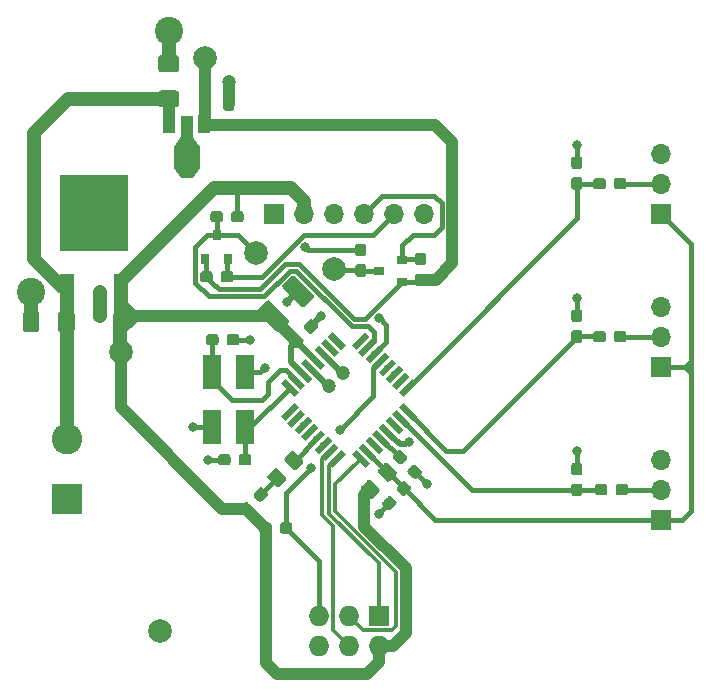
<source format=gbr>
G04 #@! TF.GenerationSoftware,KiCad,Pcbnew,5.1.4+dfsg1-1*
G04 #@! TF.CreationDate,2019-10-01T15:37:08+02:00*
G04 #@! TF.ProjectId,joystick-pcb,6a6f7973-7469-4636-9b2d-7063622e6b69,1*
G04 #@! TF.SameCoordinates,Original*
G04 #@! TF.FileFunction,Copper,L1,Top*
G04 #@! TF.FilePolarity,Positive*
%FSLAX46Y46*%
G04 Gerber Fmt 4.6, Leading zero omitted, Abs format (unit mm)*
G04 Created by KiCad (PCBNEW 5.1.4+dfsg1-1) date 2019-10-01 15:37:08*
%MOMM*%
%LPD*%
G04 APERTURE LIST*
%ADD10C,2.600000*%
%ADD11R,2.600000X2.600000*%
%ADD12R,1.650000X2.850000*%
%ADD13C,0.550000*%
%ADD14C,0.100000*%
%ADD15R,5.800000X6.400000*%
%ADD16R,1.200000X2.200000*%
%ADD17C,1.000000*%
%ADD18R,2.200000X1.840000*%
%ADD19R,1.000000X1.500000*%
%ADD20R,1.000000X1.800000*%
%ADD21C,0.850000*%
%ADD22C,2.000000*%
%ADD23C,0.950000*%
%ADD24R,0.800000X0.900000*%
%ADD25R,0.900000X0.800000*%
%ADD26C,1.150000*%
%ADD27O,1.700000X1.700000*%
%ADD28R,1.700000X1.700000*%
%ADD29O,1.727200X1.727200*%
%ADD30R,1.727200X1.727200*%
%ADD31C,1.425000*%
%ADD32C,1.200000*%
%ADD33C,0.800000*%
%ADD34C,2.400000*%
%ADD35C,0.400000*%
%ADD36C,1.200000*%
%ADD37C,1.000000*%
%ADD38C,0.550000*%
%ADD39C,0.300000*%
G04 APERTURE END LIST*
D10*
X136144000Y-88646000D03*
D11*
X136144000Y-93726000D03*
D12*
X151285000Y-83019000D03*
X151285000Y-87669000D03*
X148435000Y-87669000D03*
X148435000Y-83019000D03*
D13*
X161045305Y-80358897D03*
D14*
G36*
X160674074Y-81119037D02*
G01*
X160285165Y-80730128D01*
X161416536Y-79598757D01*
X161805445Y-79987666D01*
X160674074Y-81119037D01*
X160674074Y-81119037D01*
G37*
D13*
X161610990Y-80924583D03*
D14*
G36*
X161239759Y-81684723D02*
G01*
X160850850Y-81295814D01*
X161982221Y-80164443D01*
X162371130Y-80553352D01*
X161239759Y-81684723D01*
X161239759Y-81684723D01*
G37*
D13*
X162176676Y-81490268D03*
D14*
G36*
X161805445Y-82250408D02*
G01*
X161416536Y-81861499D01*
X162547907Y-80730128D01*
X162936816Y-81119037D01*
X161805445Y-82250408D01*
X161805445Y-82250408D01*
G37*
D13*
X162742361Y-82055953D03*
D14*
G36*
X162371130Y-82816093D02*
G01*
X161982221Y-82427184D01*
X163113592Y-81295813D01*
X163502501Y-81684722D01*
X162371130Y-82816093D01*
X162371130Y-82816093D01*
G37*
D13*
X163308047Y-82621639D03*
D14*
G36*
X162936816Y-83381779D02*
G01*
X162547907Y-82992870D01*
X163679278Y-81861499D01*
X164068187Y-82250408D01*
X162936816Y-83381779D01*
X162936816Y-83381779D01*
G37*
D13*
X163873732Y-83187324D03*
D14*
G36*
X163502501Y-83947464D02*
G01*
X163113592Y-83558555D01*
X164244963Y-82427184D01*
X164633872Y-82816093D01*
X163502501Y-83947464D01*
X163502501Y-83947464D01*
G37*
D13*
X164439417Y-83753010D03*
D14*
G36*
X164068186Y-84513150D02*
G01*
X163679277Y-84124241D01*
X164810648Y-82992870D01*
X165199557Y-83381779D01*
X164068186Y-84513150D01*
X164068186Y-84513150D01*
G37*
D13*
X165005103Y-84318695D03*
D14*
G36*
X164633872Y-85078835D02*
G01*
X164244963Y-84689926D01*
X165376334Y-83558555D01*
X165765243Y-83947464D01*
X164633872Y-85078835D01*
X164633872Y-85078835D01*
G37*
D13*
X165005103Y-86369305D03*
D14*
G36*
X164244963Y-85998074D02*
G01*
X164633872Y-85609165D01*
X165765243Y-86740536D01*
X165376334Y-87129445D01*
X164244963Y-85998074D01*
X164244963Y-85998074D01*
G37*
D13*
X164439417Y-86934990D03*
D14*
G36*
X163679277Y-86563759D02*
G01*
X164068186Y-86174850D01*
X165199557Y-87306221D01*
X164810648Y-87695130D01*
X163679277Y-86563759D01*
X163679277Y-86563759D01*
G37*
D13*
X163873732Y-87500676D03*
D14*
G36*
X163113592Y-87129445D02*
G01*
X163502501Y-86740536D01*
X164633872Y-87871907D01*
X164244963Y-88260816D01*
X163113592Y-87129445D01*
X163113592Y-87129445D01*
G37*
D13*
X163308047Y-88066361D03*
D14*
G36*
X162547907Y-87695130D02*
G01*
X162936816Y-87306221D01*
X164068187Y-88437592D01*
X163679278Y-88826501D01*
X162547907Y-87695130D01*
X162547907Y-87695130D01*
G37*
D13*
X162742361Y-88632047D03*
D14*
G36*
X161982221Y-88260816D02*
G01*
X162371130Y-87871907D01*
X163502501Y-89003278D01*
X163113592Y-89392187D01*
X161982221Y-88260816D01*
X161982221Y-88260816D01*
G37*
D13*
X162176676Y-89197732D03*
D14*
G36*
X161416536Y-88826501D02*
G01*
X161805445Y-88437592D01*
X162936816Y-89568963D01*
X162547907Y-89957872D01*
X161416536Y-88826501D01*
X161416536Y-88826501D01*
G37*
D13*
X161610990Y-89763417D03*
D14*
G36*
X160850850Y-89392186D02*
G01*
X161239759Y-89003277D01*
X162371130Y-90134648D01*
X161982221Y-90523557D01*
X160850850Y-89392186D01*
X160850850Y-89392186D01*
G37*
D13*
X161045305Y-90329103D03*
D14*
G36*
X160285165Y-89957872D02*
G01*
X160674074Y-89568963D01*
X161805445Y-90700334D01*
X161416536Y-91089243D01*
X160285165Y-89957872D01*
X160285165Y-89957872D01*
G37*
D13*
X158994695Y-90329103D03*
D14*
G36*
X158623464Y-91089243D02*
G01*
X158234555Y-90700334D01*
X159365926Y-89568963D01*
X159754835Y-89957872D01*
X158623464Y-91089243D01*
X158623464Y-91089243D01*
G37*
D13*
X158429010Y-89763417D03*
D14*
G36*
X158057779Y-90523557D02*
G01*
X157668870Y-90134648D01*
X158800241Y-89003277D01*
X159189150Y-89392186D01*
X158057779Y-90523557D01*
X158057779Y-90523557D01*
G37*
D13*
X157863324Y-89197732D03*
D14*
G36*
X157492093Y-89957872D02*
G01*
X157103184Y-89568963D01*
X158234555Y-88437592D01*
X158623464Y-88826501D01*
X157492093Y-89957872D01*
X157492093Y-89957872D01*
G37*
D13*
X157297639Y-88632047D03*
D14*
G36*
X156926408Y-89392187D02*
G01*
X156537499Y-89003278D01*
X157668870Y-87871907D01*
X158057779Y-88260816D01*
X156926408Y-89392187D01*
X156926408Y-89392187D01*
G37*
D13*
X156731953Y-88066361D03*
D14*
G36*
X156360722Y-88826501D02*
G01*
X155971813Y-88437592D01*
X157103184Y-87306221D01*
X157492093Y-87695130D01*
X156360722Y-88826501D01*
X156360722Y-88826501D01*
G37*
D13*
X156166268Y-87500676D03*
D14*
G36*
X155795037Y-88260816D02*
G01*
X155406128Y-87871907D01*
X156537499Y-86740536D01*
X156926408Y-87129445D01*
X155795037Y-88260816D01*
X155795037Y-88260816D01*
G37*
D13*
X155600583Y-86934990D03*
D14*
G36*
X155229352Y-87695130D02*
G01*
X154840443Y-87306221D01*
X155971814Y-86174850D01*
X156360723Y-86563759D01*
X155229352Y-87695130D01*
X155229352Y-87695130D01*
G37*
D13*
X155034897Y-86369305D03*
D14*
G36*
X154663666Y-87129445D02*
G01*
X154274757Y-86740536D01*
X155406128Y-85609165D01*
X155795037Y-85998074D01*
X154663666Y-87129445D01*
X154663666Y-87129445D01*
G37*
D13*
X155034897Y-84318695D03*
D14*
G36*
X154274757Y-83947464D02*
G01*
X154663666Y-83558555D01*
X155795037Y-84689926D01*
X155406128Y-85078835D01*
X154274757Y-83947464D01*
X154274757Y-83947464D01*
G37*
D13*
X155600583Y-83753010D03*
D14*
G36*
X154840443Y-83381779D02*
G01*
X155229352Y-82992870D01*
X156360723Y-84124241D01*
X155971814Y-84513150D01*
X154840443Y-83381779D01*
X154840443Y-83381779D01*
G37*
D13*
X156166268Y-83187324D03*
D14*
G36*
X155406128Y-82816093D02*
G01*
X155795037Y-82427184D01*
X156926408Y-83558555D01*
X156537499Y-83947464D01*
X155406128Y-82816093D01*
X155406128Y-82816093D01*
G37*
D13*
X156731953Y-82621639D03*
D14*
G36*
X155971813Y-82250408D02*
G01*
X156360722Y-81861499D01*
X157492093Y-82992870D01*
X157103184Y-83381779D01*
X155971813Y-82250408D01*
X155971813Y-82250408D01*
G37*
D13*
X157297639Y-82055953D03*
D14*
G36*
X156537499Y-81684722D02*
G01*
X156926408Y-81295813D01*
X158057779Y-82427184D01*
X157668870Y-82816093D01*
X156537499Y-81684722D01*
X156537499Y-81684722D01*
G37*
D13*
X157863324Y-81490268D03*
D14*
G36*
X157103184Y-81119037D02*
G01*
X157492093Y-80730128D01*
X158623464Y-81861499D01*
X158234555Y-82250408D01*
X157103184Y-81119037D01*
X157103184Y-81119037D01*
G37*
D13*
X158429010Y-80924583D03*
D14*
G36*
X157668870Y-80553352D02*
G01*
X158057779Y-80164443D01*
X159189150Y-81295814D01*
X158800241Y-81684723D01*
X157668870Y-80553352D01*
X157668870Y-80553352D01*
G37*
D13*
X158994695Y-80358897D03*
D14*
G36*
X158234555Y-79987666D02*
G01*
X158623464Y-79598757D01*
X159754835Y-80730128D01*
X159365926Y-81119037D01*
X158234555Y-79987666D01*
X158234555Y-79987666D01*
G37*
D15*
X138430000Y-69528000D03*
D16*
X140710000Y-75828000D03*
X136150000Y-75828000D03*
D17*
X146304000Y-63423800D03*
D14*
G36*
X145204000Y-63923800D02*
G01*
X145904000Y-62923800D01*
X146704000Y-62923800D01*
X147404000Y-63923800D01*
X145204000Y-63923800D01*
X145204000Y-63923800D01*
G37*
D18*
X146304000Y-64833500D03*
D19*
X144804000Y-62020000D03*
D20*
X146304000Y-62166500D03*
D19*
X147804000Y-62020000D03*
D21*
X146304000Y-66167000D03*
D14*
G36*
X147404000Y-65742000D02*
G01*
X146804000Y-66592000D01*
X145804000Y-66592000D01*
X145204000Y-65742000D01*
X147404000Y-65742000D01*
X147404000Y-65742000D01*
G37*
D22*
X144018000Y-104902000D03*
X152146000Y-72898000D03*
X158750000Y-74295000D03*
X140716000Y-81280000D03*
X147828000Y-56388000D03*
D14*
G36*
X148279779Y-74456144D02*
G01*
X148302834Y-74459563D01*
X148325443Y-74465227D01*
X148347387Y-74473079D01*
X148368457Y-74483044D01*
X148388448Y-74495026D01*
X148407168Y-74508910D01*
X148424438Y-74524562D01*
X148440090Y-74541832D01*
X148453974Y-74560552D01*
X148465956Y-74580543D01*
X148475921Y-74601613D01*
X148483773Y-74623557D01*
X148489437Y-74646166D01*
X148492856Y-74669221D01*
X148494000Y-74692500D01*
X148494000Y-75167500D01*
X148492856Y-75190779D01*
X148489437Y-75213834D01*
X148483773Y-75236443D01*
X148475921Y-75258387D01*
X148465956Y-75279457D01*
X148453974Y-75299448D01*
X148440090Y-75318168D01*
X148424438Y-75335438D01*
X148407168Y-75351090D01*
X148388448Y-75364974D01*
X148368457Y-75376956D01*
X148347387Y-75386921D01*
X148325443Y-75394773D01*
X148302834Y-75400437D01*
X148279779Y-75403856D01*
X148256500Y-75405000D01*
X147681500Y-75405000D01*
X147658221Y-75403856D01*
X147635166Y-75400437D01*
X147612557Y-75394773D01*
X147590613Y-75386921D01*
X147569543Y-75376956D01*
X147549552Y-75364974D01*
X147530832Y-75351090D01*
X147513562Y-75335438D01*
X147497910Y-75318168D01*
X147484026Y-75299448D01*
X147472044Y-75279457D01*
X147462079Y-75258387D01*
X147454227Y-75236443D01*
X147448563Y-75213834D01*
X147445144Y-75190779D01*
X147444000Y-75167500D01*
X147444000Y-74692500D01*
X147445144Y-74669221D01*
X147448563Y-74646166D01*
X147454227Y-74623557D01*
X147462079Y-74601613D01*
X147472044Y-74580543D01*
X147484026Y-74560552D01*
X147497910Y-74541832D01*
X147513562Y-74524562D01*
X147530832Y-74508910D01*
X147549552Y-74495026D01*
X147569543Y-74483044D01*
X147590613Y-74473079D01*
X147612557Y-74465227D01*
X147635166Y-74459563D01*
X147658221Y-74456144D01*
X147681500Y-74455000D01*
X148256500Y-74455000D01*
X148279779Y-74456144D01*
X148279779Y-74456144D01*
G37*
D23*
X147969000Y-74930000D03*
D14*
G36*
X150029779Y-74456144D02*
G01*
X150052834Y-74459563D01*
X150075443Y-74465227D01*
X150097387Y-74473079D01*
X150118457Y-74483044D01*
X150138448Y-74495026D01*
X150157168Y-74508910D01*
X150174438Y-74524562D01*
X150190090Y-74541832D01*
X150203974Y-74560552D01*
X150215956Y-74580543D01*
X150225921Y-74601613D01*
X150233773Y-74623557D01*
X150239437Y-74646166D01*
X150242856Y-74669221D01*
X150244000Y-74692500D01*
X150244000Y-75167500D01*
X150242856Y-75190779D01*
X150239437Y-75213834D01*
X150233773Y-75236443D01*
X150225921Y-75258387D01*
X150215956Y-75279457D01*
X150203974Y-75299448D01*
X150190090Y-75318168D01*
X150174438Y-75335438D01*
X150157168Y-75351090D01*
X150138448Y-75364974D01*
X150118457Y-75376956D01*
X150097387Y-75386921D01*
X150075443Y-75394773D01*
X150052834Y-75400437D01*
X150029779Y-75403856D01*
X150006500Y-75405000D01*
X149431500Y-75405000D01*
X149408221Y-75403856D01*
X149385166Y-75400437D01*
X149362557Y-75394773D01*
X149340613Y-75386921D01*
X149319543Y-75376956D01*
X149299552Y-75364974D01*
X149280832Y-75351090D01*
X149263562Y-75335438D01*
X149247910Y-75318168D01*
X149234026Y-75299448D01*
X149222044Y-75279457D01*
X149212079Y-75258387D01*
X149204227Y-75236443D01*
X149198563Y-75213834D01*
X149195144Y-75190779D01*
X149194000Y-75167500D01*
X149194000Y-74692500D01*
X149195144Y-74669221D01*
X149198563Y-74646166D01*
X149204227Y-74623557D01*
X149212079Y-74601613D01*
X149222044Y-74580543D01*
X149234026Y-74560552D01*
X149247910Y-74541832D01*
X149263562Y-74524562D01*
X149280832Y-74508910D01*
X149299552Y-74495026D01*
X149319543Y-74483044D01*
X149340613Y-74473079D01*
X149362557Y-74465227D01*
X149385166Y-74459563D01*
X149408221Y-74456144D01*
X149431500Y-74455000D01*
X150006500Y-74455000D01*
X150029779Y-74456144D01*
X150029779Y-74456144D01*
G37*
D23*
X149719000Y-74930000D03*
D14*
G36*
X166376779Y-74660144D02*
G01*
X166399834Y-74663563D01*
X166422443Y-74669227D01*
X166444387Y-74677079D01*
X166465457Y-74687044D01*
X166485448Y-74699026D01*
X166504168Y-74712910D01*
X166521438Y-74728562D01*
X166537090Y-74745832D01*
X166550974Y-74764552D01*
X166562956Y-74784543D01*
X166572921Y-74805613D01*
X166580773Y-74827557D01*
X166586437Y-74850166D01*
X166589856Y-74873221D01*
X166591000Y-74896500D01*
X166591000Y-75471500D01*
X166589856Y-75494779D01*
X166586437Y-75517834D01*
X166580773Y-75540443D01*
X166572921Y-75562387D01*
X166562956Y-75583457D01*
X166550974Y-75603448D01*
X166537090Y-75622168D01*
X166521438Y-75639438D01*
X166504168Y-75655090D01*
X166485448Y-75668974D01*
X166465457Y-75680956D01*
X166444387Y-75690921D01*
X166422443Y-75698773D01*
X166399834Y-75704437D01*
X166376779Y-75707856D01*
X166353500Y-75709000D01*
X165878500Y-75709000D01*
X165855221Y-75707856D01*
X165832166Y-75704437D01*
X165809557Y-75698773D01*
X165787613Y-75690921D01*
X165766543Y-75680956D01*
X165746552Y-75668974D01*
X165727832Y-75655090D01*
X165710562Y-75639438D01*
X165694910Y-75622168D01*
X165681026Y-75603448D01*
X165669044Y-75583457D01*
X165659079Y-75562387D01*
X165651227Y-75540443D01*
X165645563Y-75517834D01*
X165642144Y-75494779D01*
X165641000Y-75471500D01*
X165641000Y-74896500D01*
X165642144Y-74873221D01*
X165645563Y-74850166D01*
X165651227Y-74827557D01*
X165659079Y-74805613D01*
X165669044Y-74784543D01*
X165681026Y-74764552D01*
X165694910Y-74745832D01*
X165710562Y-74728562D01*
X165727832Y-74712910D01*
X165746552Y-74699026D01*
X165766543Y-74687044D01*
X165787613Y-74677079D01*
X165809557Y-74669227D01*
X165832166Y-74663563D01*
X165855221Y-74660144D01*
X165878500Y-74659000D01*
X166353500Y-74659000D01*
X166376779Y-74660144D01*
X166376779Y-74660144D01*
G37*
D23*
X166116000Y-75184000D03*
D14*
G36*
X166376779Y-72910144D02*
G01*
X166399834Y-72913563D01*
X166422443Y-72919227D01*
X166444387Y-72927079D01*
X166465457Y-72937044D01*
X166485448Y-72949026D01*
X166504168Y-72962910D01*
X166521438Y-72978562D01*
X166537090Y-72995832D01*
X166550974Y-73014552D01*
X166562956Y-73034543D01*
X166572921Y-73055613D01*
X166580773Y-73077557D01*
X166586437Y-73100166D01*
X166589856Y-73123221D01*
X166591000Y-73146500D01*
X166591000Y-73721500D01*
X166589856Y-73744779D01*
X166586437Y-73767834D01*
X166580773Y-73790443D01*
X166572921Y-73812387D01*
X166562956Y-73833457D01*
X166550974Y-73853448D01*
X166537090Y-73872168D01*
X166521438Y-73889438D01*
X166504168Y-73905090D01*
X166485448Y-73918974D01*
X166465457Y-73930956D01*
X166444387Y-73940921D01*
X166422443Y-73948773D01*
X166399834Y-73954437D01*
X166376779Y-73957856D01*
X166353500Y-73959000D01*
X165878500Y-73959000D01*
X165855221Y-73957856D01*
X165832166Y-73954437D01*
X165809557Y-73948773D01*
X165787613Y-73940921D01*
X165766543Y-73930956D01*
X165746552Y-73918974D01*
X165727832Y-73905090D01*
X165710562Y-73889438D01*
X165694910Y-73872168D01*
X165681026Y-73853448D01*
X165669044Y-73833457D01*
X165659079Y-73812387D01*
X165651227Y-73790443D01*
X165645563Y-73767834D01*
X165642144Y-73744779D01*
X165641000Y-73721500D01*
X165641000Y-73146500D01*
X165642144Y-73123221D01*
X165645563Y-73100166D01*
X165651227Y-73077557D01*
X165659079Y-73055613D01*
X165669044Y-73034543D01*
X165681026Y-73014552D01*
X165694910Y-72995832D01*
X165710562Y-72978562D01*
X165727832Y-72962910D01*
X165746552Y-72949026D01*
X165766543Y-72937044D01*
X165787613Y-72927079D01*
X165809557Y-72919227D01*
X165832166Y-72913563D01*
X165855221Y-72910144D01*
X165878500Y-72909000D01*
X166353500Y-72909000D01*
X166376779Y-72910144D01*
X166376779Y-72910144D01*
G37*
D23*
X166116000Y-73434000D03*
D14*
G36*
X150904779Y-69376144D02*
G01*
X150927834Y-69379563D01*
X150950443Y-69385227D01*
X150972387Y-69393079D01*
X150993457Y-69403044D01*
X151013448Y-69415026D01*
X151032168Y-69428910D01*
X151049438Y-69444562D01*
X151065090Y-69461832D01*
X151078974Y-69480552D01*
X151090956Y-69500543D01*
X151100921Y-69521613D01*
X151108773Y-69543557D01*
X151114437Y-69566166D01*
X151117856Y-69589221D01*
X151119000Y-69612500D01*
X151119000Y-70087500D01*
X151117856Y-70110779D01*
X151114437Y-70133834D01*
X151108773Y-70156443D01*
X151100921Y-70178387D01*
X151090956Y-70199457D01*
X151078974Y-70219448D01*
X151065090Y-70238168D01*
X151049438Y-70255438D01*
X151032168Y-70271090D01*
X151013448Y-70284974D01*
X150993457Y-70296956D01*
X150972387Y-70306921D01*
X150950443Y-70314773D01*
X150927834Y-70320437D01*
X150904779Y-70323856D01*
X150881500Y-70325000D01*
X150306500Y-70325000D01*
X150283221Y-70323856D01*
X150260166Y-70320437D01*
X150237557Y-70314773D01*
X150215613Y-70306921D01*
X150194543Y-70296956D01*
X150174552Y-70284974D01*
X150155832Y-70271090D01*
X150138562Y-70255438D01*
X150122910Y-70238168D01*
X150109026Y-70219448D01*
X150097044Y-70199457D01*
X150087079Y-70178387D01*
X150079227Y-70156443D01*
X150073563Y-70133834D01*
X150070144Y-70110779D01*
X150069000Y-70087500D01*
X150069000Y-69612500D01*
X150070144Y-69589221D01*
X150073563Y-69566166D01*
X150079227Y-69543557D01*
X150087079Y-69521613D01*
X150097044Y-69500543D01*
X150109026Y-69480552D01*
X150122910Y-69461832D01*
X150138562Y-69444562D01*
X150155832Y-69428910D01*
X150174552Y-69415026D01*
X150194543Y-69403044D01*
X150215613Y-69393079D01*
X150237557Y-69385227D01*
X150260166Y-69379563D01*
X150283221Y-69376144D01*
X150306500Y-69375000D01*
X150881500Y-69375000D01*
X150904779Y-69376144D01*
X150904779Y-69376144D01*
G37*
D23*
X150594000Y-69850000D03*
D14*
G36*
X149154779Y-69376144D02*
G01*
X149177834Y-69379563D01*
X149200443Y-69385227D01*
X149222387Y-69393079D01*
X149243457Y-69403044D01*
X149263448Y-69415026D01*
X149282168Y-69428910D01*
X149299438Y-69444562D01*
X149315090Y-69461832D01*
X149328974Y-69480552D01*
X149340956Y-69500543D01*
X149350921Y-69521613D01*
X149358773Y-69543557D01*
X149364437Y-69566166D01*
X149367856Y-69589221D01*
X149369000Y-69612500D01*
X149369000Y-70087500D01*
X149367856Y-70110779D01*
X149364437Y-70133834D01*
X149358773Y-70156443D01*
X149350921Y-70178387D01*
X149340956Y-70199457D01*
X149328974Y-70219448D01*
X149315090Y-70238168D01*
X149299438Y-70255438D01*
X149282168Y-70271090D01*
X149263448Y-70284974D01*
X149243457Y-70296956D01*
X149222387Y-70306921D01*
X149200443Y-70314773D01*
X149177834Y-70320437D01*
X149154779Y-70323856D01*
X149131500Y-70325000D01*
X148556500Y-70325000D01*
X148533221Y-70323856D01*
X148510166Y-70320437D01*
X148487557Y-70314773D01*
X148465613Y-70306921D01*
X148444543Y-70296956D01*
X148424552Y-70284974D01*
X148405832Y-70271090D01*
X148388562Y-70255438D01*
X148372910Y-70238168D01*
X148359026Y-70219448D01*
X148347044Y-70199457D01*
X148337079Y-70178387D01*
X148329227Y-70156443D01*
X148323563Y-70133834D01*
X148320144Y-70110779D01*
X148319000Y-70087500D01*
X148319000Y-69612500D01*
X148320144Y-69589221D01*
X148323563Y-69566166D01*
X148329227Y-69543557D01*
X148337079Y-69521613D01*
X148347044Y-69500543D01*
X148359026Y-69480552D01*
X148372910Y-69461832D01*
X148388562Y-69444562D01*
X148405832Y-69428910D01*
X148424552Y-69415026D01*
X148444543Y-69403044D01*
X148465613Y-69393079D01*
X148487557Y-69385227D01*
X148510166Y-69379563D01*
X148533221Y-69376144D01*
X148556500Y-69375000D01*
X149131500Y-69375000D01*
X149154779Y-69376144D01*
X149154779Y-69376144D01*
G37*
D23*
X148844000Y-69850000D03*
D14*
G36*
X161296779Y-72120144D02*
G01*
X161319834Y-72123563D01*
X161342443Y-72129227D01*
X161364387Y-72137079D01*
X161385457Y-72147044D01*
X161405448Y-72159026D01*
X161424168Y-72172910D01*
X161441438Y-72188562D01*
X161457090Y-72205832D01*
X161470974Y-72224552D01*
X161482956Y-72244543D01*
X161492921Y-72265613D01*
X161500773Y-72287557D01*
X161506437Y-72310166D01*
X161509856Y-72333221D01*
X161511000Y-72356500D01*
X161511000Y-72931500D01*
X161509856Y-72954779D01*
X161506437Y-72977834D01*
X161500773Y-73000443D01*
X161492921Y-73022387D01*
X161482956Y-73043457D01*
X161470974Y-73063448D01*
X161457090Y-73082168D01*
X161441438Y-73099438D01*
X161424168Y-73115090D01*
X161405448Y-73128974D01*
X161385457Y-73140956D01*
X161364387Y-73150921D01*
X161342443Y-73158773D01*
X161319834Y-73164437D01*
X161296779Y-73167856D01*
X161273500Y-73169000D01*
X160798500Y-73169000D01*
X160775221Y-73167856D01*
X160752166Y-73164437D01*
X160729557Y-73158773D01*
X160707613Y-73150921D01*
X160686543Y-73140956D01*
X160666552Y-73128974D01*
X160647832Y-73115090D01*
X160630562Y-73099438D01*
X160614910Y-73082168D01*
X160601026Y-73063448D01*
X160589044Y-73043457D01*
X160579079Y-73022387D01*
X160571227Y-73000443D01*
X160565563Y-72977834D01*
X160562144Y-72954779D01*
X160561000Y-72931500D01*
X160561000Y-72356500D01*
X160562144Y-72333221D01*
X160565563Y-72310166D01*
X160571227Y-72287557D01*
X160579079Y-72265613D01*
X160589044Y-72244543D01*
X160601026Y-72224552D01*
X160614910Y-72205832D01*
X160630562Y-72188562D01*
X160647832Y-72172910D01*
X160666552Y-72159026D01*
X160686543Y-72147044D01*
X160707613Y-72137079D01*
X160729557Y-72129227D01*
X160752166Y-72123563D01*
X160775221Y-72120144D01*
X160798500Y-72119000D01*
X161273500Y-72119000D01*
X161296779Y-72120144D01*
X161296779Y-72120144D01*
G37*
D23*
X161036000Y-72644000D03*
D14*
G36*
X161296779Y-73870144D02*
G01*
X161319834Y-73873563D01*
X161342443Y-73879227D01*
X161364387Y-73887079D01*
X161385457Y-73897044D01*
X161405448Y-73909026D01*
X161424168Y-73922910D01*
X161441438Y-73938562D01*
X161457090Y-73955832D01*
X161470974Y-73974552D01*
X161482956Y-73994543D01*
X161492921Y-74015613D01*
X161500773Y-74037557D01*
X161506437Y-74060166D01*
X161509856Y-74083221D01*
X161511000Y-74106500D01*
X161511000Y-74681500D01*
X161509856Y-74704779D01*
X161506437Y-74727834D01*
X161500773Y-74750443D01*
X161492921Y-74772387D01*
X161482956Y-74793457D01*
X161470974Y-74813448D01*
X161457090Y-74832168D01*
X161441438Y-74849438D01*
X161424168Y-74865090D01*
X161405448Y-74878974D01*
X161385457Y-74890956D01*
X161364387Y-74900921D01*
X161342443Y-74908773D01*
X161319834Y-74914437D01*
X161296779Y-74917856D01*
X161273500Y-74919000D01*
X160798500Y-74919000D01*
X160775221Y-74917856D01*
X160752166Y-74914437D01*
X160729557Y-74908773D01*
X160707613Y-74900921D01*
X160686543Y-74890956D01*
X160666552Y-74878974D01*
X160647832Y-74865090D01*
X160630562Y-74849438D01*
X160614910Y-74832168D01*
X160601026Y-74813448D01*
X160589044Y-74793457D01*
X160579079Y-74772387D01*
X160571227Y-74750443D01*
X160565563Y-74727834D01*
X160562144Y-74704779D01*
X160561000Y-74681500D01*
X160561000Y-74106500D01*
X160562144Y-74083221D01*
X160565563Y-74060166D01*
X160571227Y-74037557D01*
X160579079Y-74015613D01*
X160589044Y-73994543D01*
X160601026Y-73974552D01*
X160614910Y-73955832D01*
X160630562Y-73938562D01*
X160647832Y-73922910D01*
X160666552Y-73909026D01*
X160686543Y-73897044D01*
X160707613Y-73887079D01*
X160729557Y-73879227D01*
X160752166Y-73873563D01*
X160775221Y-73870144D01*
X160798500Y-73869000D01*
X161273500Y-73869000D01*
X161296779Y-73870144D01*
X161296779Y-73870144D01*
G37*
D23*
X161036000Y-74394000D03*
D14*
G36*
X151395416Y-93991131D02*
G01*
X151418471Y-93994550D01*
X151441080Y-94000214D01*
X151463024Y-94008066D01*
X151484094Y-94018031D01*
X151504085Y-94030013D01*
X151522805Y-94043897D01*
X151540075Y-94059549D01*
X151875951Y-94395425D01*
X151891603Y-94412695D01*
X151905487Y-94431415D01*
X151917469Y-94451406D01*
X151927434Y-94472476D01*
X151935286Y-94494420D01*
X151940950Y-94517029D01*
X151944369Y-94540084D01*
X151945513Y-94563363D01*
X151944369Y-94586642D01*
X151940950Y-94609697D01*
X151935286Y-94632306D01*
X151927434Y-94654250D01*
X151917469Y-94675320D01*
X151905487Y-94695311D01*
X151891603Y-94714031D01*
X151875951Y-94731301D01*
X151469365Y-95137887D01*
X151452095Y-95153539D01*
X151433375Y-95167423D01*
X151413384Y-95179405D01*
X151392314Y-95189370D01*
X151370370Y-95197222D01*
X151347761Y-95202886D01*
X151324706Y-95206305D01*
X151301427Y-95207449D01*
X151278148Y-95206305D01*
X151255093Y-95202886D01*
X151232484Y-95197222D01*
X151210540Y-95189370D01*
X151189470Y-95179405D01*
X151169479Y-95167423D01*
X151150759Y-95153539D01*
X151133489Y-95137887D01*
X150797613Y-94802011D01*
X150781961Y-94784741D01*
X150768077Y-94766021D01*
X150756095Y-94746030D01*
X150746130Y-94724960D01*
X150738278Y-94703016D01*
X150732614Y-94680407D01*
X150729195Y-94657352D01*
X150728051Y-94634073D01*
X150729195Y-94610794D01*
X150732614Y-94587739D01*
X150738278Y-94565130D01*
X150746130Y-94543186D01*
X150756095Y-94522116D01*
X150768077Y-94502125D01*
X150781961Y-94483405D01*
X150797613Y-94466135D01*
X151204199Y-94059549D01*
X151221469Y-94043897D01*
X151240189Y-94030013D01*
X151260180Y-94018031D01*
X151281250Y-94008066D01*
X151303194Y-94000214D01*
X151325803Y-93994550D01*
X151348858Y-93991131D01*
X151372137Y-93989987D01*
X151395416Y-93991131D01*
X151395416Y-93991131D01*
G37*
D23*
X151336782Y-94598718D03*
D14*
G36*
X152632852Y-92753695D02*
G01*
X152655907Y-92757114D01*
X152678516Y-92762778D01*
X152700460Y-92770630D01*
X152721530Y-92780595D01*
X152741521Y-92792577D01*
X152760241Y-92806461D01*
X152777511Y-92822113D01*
X153113387Y-93157989D01*
X153129039Y-93175259D01*
X153142923Y-93193979D01*
X153154905Y-93213970D01*
X153164870Y-93235040D01*
X153172722Y-93256984D01*
X153178386Y-93279593D01*
X153181805Y-93302648D01*
X153182949Y-93325927D01*
X153181805Y-93349206D01*
X153178386Y-93372261D01*
X153172722Y-93394870D01*
X153164870Y-93416814D01*
X153154905Y-93437884D01*
X153142923Y-93457875D01*
X153129039Y-93476595D01*
X153113387Y-93493865D01*
X152706801Y-93900451D01*
X152689531Y-93916103D01*
X152670811Y-93929987D01*
X152650820Y-93941969D01*
X152629750Y-93951934D01*
X152607806Y-93959786D01*
X152585197Y-93965450D01*
X152562142Y-93968869D01*
X152538863Y-93970013D01*
X152515584Y-93968869D01*
X152492529Y-93965450D01*
X152469920Y-93959786D01*
X152447976Y-93951934D01*
X152426906Y-93941969D01*
X152406915Y-93929987D01*
X152388195Y-93916103D01*
X152370925Y-93900451D01*
X152035049Y-93564575D01*
X152019397Y-93547305D01*
X152005513Y-93528585D01*
X151993531Y-93508594D01*
X151983566Y-93487524D01*
X151975714Y-93465580D01*
X151970050Y-93442971D01*
X151966631Y-93419916D01*
X151965487Y-93396637D01*
X151966631Y-93373358D01*
X151970050Y-93350303D01*
X151975714Y-93327694D01*
X151983566Y-93305750D01*
X151993531Y-93284680D01*
X152005513Y-93264689D01*
X152019397Y-93245969D01*
X152035049Y-93228699D01*
X152441635Y-92822113D01*
X152458905Y-92806461D01*
X152477625Y-92792577D01*
X152497616Y-92780595D01*
X152518686Y-92770630D01*
X152540630Y-92762778D01*
X152563239Y-92757114D01*
X152586294Y-92753695D01*
X152609573Y-92752551D01*
X152632852Y-92753695D01*
X152632852Y-92753695D01*
G37*
D23*
X152574218Y-93361282D03*
D14*
G36*
X153282279Y-95728644D02*
G01*
X153305334Y-95732063D01*
X153327943Y-95737727D01*
X153349887Y-95745579D01*
X153370957Y-95755544D01*
X153390948Y-95767526D01*
X153409668Y-95781410D01*
X153426938Y-95797062D01*
X153442590Y-95814332D01*
X153456474Y-95833052D01*
X153468456Y-95853043D01*
X153478421Y-95874113D01*
X153486273Y-95896057D01*
X153491937Y-95918666D01*
X153495356Y-95941721D01*
X153496500Y-95965000D01*
X153496500Y-96440000D01*
X153495356Y-96463279D01*
X153491937Y-96486334D01*
X153486273Y-96508943D01*
X153478421Y-96530887D01*
X153468456Y-96551957D01*
X153456474Y-96571948D01*
X153442590Y-96590668D01*
X153426938Y-96607938D01*
X153409668Y-96623590D01*
X153390948Y-96637474D01*
X153370957Y-96649456D01*
X153349887Y-96659421D01*
X153327943Y-96667273D01*
X153305334Y-96672937D01*
X153282279Y-96676356D01*
X153259000Y-96677500D01*
X152684000Y-96677500D01*
X152660721Y-96676356D01*
X152637666Y-96672937D01*
X152615057Y-96667273D01*
X152593113Y-96659421D01*
X152572043Y-96649456D01*
X152552052Y-96637474D01*
X152533332Y-96623590D01*
X152516062Y-96607938D01*
X152500410Y-96590668D01*
X152486526Y-96571948D01*
X152474544Y-96551957D01*
X152464579Y-96530887D01*
X152456727Y-96508943D01*
X152451063Y-96486334D01*
X152447644Y-96463279D01*
X152446500Y-96440000D01*
X152446500Y-95965000D01*
X152447644Y-95941721D01*
X152451063Y-95918666D01*
X152456727Y-95896057D01*
X152464579Y-95874113D01*
X152474544Y-95853043D01*
X152486526Y-95833052D01*
X152500410Y-95814332D01*
X152516062Y-95797062D01*
X152533332Y-95781410D01*
X152552052Y-95767526D01*
X152572043Y-95755544D01*
X152593113Y-95745579D01*
X152615057Y-95737727D01*
X152637666Y-95732063D01*
X152660721Y-95728644D01*
X152684000Y-95727500D01*
X153259000Y-95727500D01*
X153282279Y-95728644D01*
X153282279Y-95728644D01*
G37*
D23*
X152971500Y-96202500D03*
D14*
G36*
X155032279Y-95728644D02*
G01*
X155055334Y-95732063D01*
X155077943Y-95737727D01*
X155099887Y-95745579D01*
X155120957Y-95755544D01*
X155140948Y-95767526D01*
X155159668Y-95781410D01*
X155176938Y-95797062D01*
X155192590Y-95814332D01*
X155206474Y-95833052D01*
X155218456Y-95853043D01*
X155228421Y-95874113D01*
X155236273Y-95896057D01*
X155241937Y-95918666D01*
X155245356Y-95941721D01*
X155246500Y-95965000D01*
X155246500Y-96440000D01*
X155245356Y-96463279D01*
X155241937Y-96486334D01*
X155236273Y-96508943D01*
X155228421Y-96530887D01*
X155218456Y-96551957D01*
X155206474Y-96571948D01*
X155192590Y-96590668D01*
X155176938Y-96607938D01*
X155159668Y-96623590D01*
X155140948Y-96637474D01*
X155120957Y-96649456D01*
X155099887Y-96659421D01*
X155077943Y-96667273D01*
X155055334Y-96672937D01*
X155032279Y-96676356D01*
X155009000Y-96677500D01*
X154434000Y-96677500D01*
X154410721Y-96676356D01*
X154387666Y-96672937D01*
X154365057Y-96667273D01*
X154343113Y-96659421D01*
X154322043Y-96649456D01*
X154302052Y-96637474D01*
X154283332Y-96623590D01*
X154266062Y-96607938D01*
X154250410Y-96590668D01*
X154236526Y-96571948D01*
X154224544Y-96551957D01*
X154214579Y-96530887D01*
X154206727Y-96508943D01*
X154201063Y-96486334D01*
X154197644Y-96463279D01*
X154196500Y-96440000D01*
X154196500Y-95965000D01*
X154197644Y-95941721D01*
X154201063Y-95918666D01*
X154206727Y-95896057D01*
X154214579Y-95874113D01*
X154224544Y-95853043D01*
X154236526Y-95833052D01*
X154250410Y-95814332D01*
X154266062Y-95797062D01*
X154283332Y-95781410D01*
X154302052Y-95767526D01*
X154322043Y-95755544D01*
X154343113Y-95745579D01*
X154365057Y-95737727D01*
X154387666Y-95732063D01*
X154410721Y-95728644D01*
X154434000Y-95727500D01*
X155009000Y-95727500D01*
X155032279Y-95728644D01*
X155032279Y-95728644D01*
G37*
D23*
X154721500Y-96202500D03*
D14*
G36*
X181569779Y-66582144D02*
G01*
X181592834Y-66585563D01*
X181615443Y-66591227D01*
X181637387Y-66599079D01*
X181658457Y-66609044D01*
X181678448Y-66621026D01*
X181697168Y-66634910D01*
X181714438Y-66650562D01*
X181730090Y-66667832D01*
X181743974Y-66686552D01*
X181755956Y-66706543D01*
X181765921Y-66727613D01*
X181773773Y-66749557D01*
X181779437Y-66772166D01*
X181782856Y-66795221D01*
X181784000Y-66818500D01*
X181784000Y-67293500D01*
X181782856Y-67316779D01*
X181779437Y-67339834D01*
X181773773Y-67362443D01*
X181765921Y-67384387D01*
X181755956Y-67405457D01*
X181743974Y-67425448D01*
X181730090Y-67444168D01*
X181714438Y-67461438D01*
X181697168Y-67477090D01*
X181678448Y-67490974D01*
X181658457Y-67502956D01*
X181637387Y-67512921D01*
X181615443Y-67520773D01*
X181592834Y-67526437D01*
X181569779Y-67529856D01*
X181546500Y-67531000D01*
X180971500Y-67531000D01*
X180948221Y-67529856D01*
X180925166Y-67526437D01*
X180902557Y-67520773D01*
X180880613Y-67512921D01*
X180859543Y-67502956D01*
X180839552Y-67490974D01*
X180820832Y-67477090D01*
X180803562Y-67461438D01*
X180787910Y-67444168D01*
X180774026Y-67425448D01*
X180762044Y-67405457D01*
X180752079Y-67384387D01*
X180744227Y-67362443D01*
X180738563Y-67339834D01*
X180735144Y-67316779D01*
X180734000Y-67293500D01*
X180734000Y-66818500D01*
X180735144Y-66795221D01*
X180738563Y-66772166D01*
X180744227Y-66749557D01*
X180752079Y-66727613D01*
X180762044Y-66706543D01*
X180774026Y-66686552D01*
X180787910Y-66667832D01*
X180803562Y-66650562D01*
X180820832Y-66634910D01*
X180839552Y-66621026D01*
X180859543Y-66609044D01*
X180880613Y-66599079D01*
X180902557Y-66591227D01*
X180925166Y-66585563D01*
X180948221Y-66582144D01*
X180971500Y-66581000D01*
X181546500Y-66581000D01*
X181569779Y-66582144D01*
X181569779Y-66582144D01*
G37*
D23*
X181259000Y-67056000D03*
D14*
G36*
X183319779Y-66582144D02*
G01*
X183342834Y-66585563D01*
X183365443Y-66591227D01*
X183387387Y-66599079D01*
X183408457Y-66609044D01*
X183428448Y-66621026D01*
X183447168Y-66634910D01*
X183464438Y-66650562D01*
X183480090Y-66667832D01*
X183493974Y-66686552D01*
X183505956Y-66706543D01*
X183515921Y-66727613D01*
X183523773Y-66749557D01*
X183529437Y-66772166D01*
X183532856Y-66795221D01*
X183534000Y-66818500D01*
X183534000Y-67293500D01*
X183532856Y-67316779D01*
X183529437Y-67339834D01*
X183523773Y-67362443D01*
X183515921Y-67384387D01*
X183505956Y-67405457D01*
X183493974Y-67425448D01*
X183480090Y-67444168D01*
X183464438Y-67461438D01*
X183447168Y-67477090D01*
X183428448Y-67490974D01*
X183408457Y-67502956D01*
X183387387Y-67512921D01*
X183365443Y-67520773D01*
X183342834Y-67526437D01*
X183319779Y-67529856D01*
X183296500Y-67531000D01*
X182721500Y-67531000D01*
X182698221Y-67529856D01*
X182675166Y-67526437D01*
X182652557Y-67520773D01*
X182630613Y-67512921D01*
X182609543Y-67502956D01*
X182589552Y-67490974D01*
X182570832Y-67477090D01*
X182553562Y-67461438D01*
X182537910Y-67444168D01*
X182524026Y-67425448D01*
X182512044Y-67405457D01*
X182502079Y-67384387D01*
X182494227Y-67362443D01*
X182488563Y-67339834D01*
X182485144Y-67316779D01*
X182484000Y-67293500D01*
X182484000Y-66818500D01*
X182485144Y-66795221D01*
X182488563Y-66772166D01*
X182494227Y-66749557D01*
X182502079Y-66727613D01*
X182512044Y-66706543D01*
X182524026Y-66686552D01*
X182537910Y-66667832D01*
X182553562Y-66650562D01*
X182570832Y-66634910D01*
X182589552Y-66621026D01*
X182609543Y-66609044D01*
X182630613Y-66599079D01*
X182652557Y-66591227D01*
X182675166Y-66585563D01*
X182698221Y-66582144D01*
X182721500Y-66581000D01*
X183296500Y-66581000D01*
X183319779Y-66582144D01*
X183319779Y-66582144D01*
G37*
D23*
X183009000Y-67056000D03*
D14*
G36*
X181569779Y-79536144D02*
G01*
X181592834Y-79539563D01*
X181615443Y-79545227D01*
X181637387Y-79553079D01*
X181658457Y-79563044D01*
X181678448Y-79575026D01*
X181697168Y-79588910D01*
X181714438Y-79604562D01*
X181730090Y-79621832D01*
X181743974Y-79640552D01*
X181755956Y-79660543D01*
X181765921Y-79681613D01*
X181773773Y-79703557D01*
X181779437Y-79726166D01*
X181782856Y-79749221D01*
X181784000Y-79772500D01*
X181784000Y-80247500D01*
X181782856Y-80270779D01*
X181779437Y-80293834D01*
X181773773Y-80316443D01*
X181765921Y-80338387D01*
X181755956Y-80359457D01*
X181743974Y-80379448D01*
X181730090Y-80398168D01*
X181714438Y-80415438D01*
X181697168Y-80431090D01*
X181678448Y-80444974D01*
X181658457Y-80456956D01*
X181637387Y-80466921D01*
X181615443Y-80474773D01*
X181592834Y-80480437D01*
X181569779Y-80483856D01*
X181546500Y-80485000D01*
X180971500Y-80485000D01*
X180948221Y-80483856D01*
X180925166Y-80480437D01*
X180902557Y-80474773D01*
X180880613Y-80466921D01*
X180859543Y-80456956D01*
X180839552Y-80444974D01*
X180820832Y-80431090D01*
X180803562Y-80415438D01*
X180787910Y-80398168D01*
X180774026Y-80379448D01*
X180762044Y-80359457D01*
X180752079Y-80338387D01*
X180744227Y-80316443D01*
X180738563Y-80293834D01*
X180735144Y-80270779D01*
X180734000Y-80247500D01*
X180734000Y-79772500D01*
X180735144Y-79749221D01*
X180738563Y-79726166D01*
X180744227Y-79703557D01*
X180752079Y-79681613D01*
X180762044Y-79660543D01*
X180774026Y-79640552D01*
X180787910Y-79621832D01*
X180803562Y-79604562D01*
X180820832Y-79588910D01*
X180839552Y-79575026D01*
X180859543Y-79563044D01*
X180880613Y-79553079D01*
X180902557Y-79545227D01*
X180925166Y-79539563D01*
X180948221Y-79536144D01*
X180971500Y-79535000D01*
X181546500Y-79535000D01*
X181569779Y-79536144D01*
X181569779Y-79536144D01*
G37*
D23*
X181259000Y-80010000D03*
D14*
G36*
X183319779Y-79536144D02*
G01*
X183342834Y-79539563D01*
X183365443Y-79545227D01*
X183387387Y-79553079D01*
X183408457Y-79563044D01*
X183428448Y-79575026D01*
X183447168Y-79588910D01*
X183464438Y-79604562D01*
X183480090Y-79621832D01*
X183493974Y-79640552D01*
X183505956Y-79660543D01*
X183515921Y-79681613D01*
X183523773Y-79703557D01*
X183529437Y-79726166D01*
X183532856Y-79749221D01*
X183534000Y-79772500D01*
X183534000Y-80247500D01*
X183532856Y-80270779D01*
X183529437Y-80293834D01*
X183523773Y-80316443D01*
X183515921Y-80338387D01*
X183505956Y-80359457D01*
X183493974Y-80379448D01*
X183480090Y-80398168D01*
X183464438Y-80415438D01*
X183447168Y-80431090D01*
X183428448Y-80444974D01*
X183408457Y-80456956D01*
X183387387Y-80466921D01*
X183365443Y-80474773D01*
X183342834Y-80480437D01*
X183319779Y-80483856D01*
X183296500Y-80485000D01*
X182721500Y-80485000D01*
X182698221Y-80483856D01*
X182675166Y-80480437D01*
X182652557Y-80474773D01*
X182630613Y-80466921D01*
X182609543Y-80456956D01*
X182589552Y-80444974D01*
X182570832Y-80431090D01*
X182553562Y-80415438D01*
X182537910Y-80398168D01*
X182524026Y-80379448D01*
X182512044Y-80359457D01*
X182502079Y-80338387D01*
X182494227Y-80316443D01*
X182488563Y-80293834D01*
X182485144Y-80270779D01*
X182484000Y-80247500D01*
X182484000Y-79772500D01*
X182485144Y-79749221D01*
X182488563Y-79726166D01*
X182494227Y-79703557D01*
X182502079Y-79681613D01*
X182512044Y-79660543D01*
X182524026Y-79640552D01*
X182537910Y-79621832D01*
X182553562Y-79604562D01*
X182570832Y-79588910D01*
X182589552Y-79575026D01*
X182609543Y-79563044D01*
X182630613Y-79553079D01*
X182652557Y-79545227D01*
X182675166Y-79539563D01*
X182698221Y-79536144D01*
X182721500Y-79535000D01*
X183296500Y-79535000D01*
X183319779Y-79536144D01*
X183319779Y-79536144D01*
G37*
D23*
X183009000Y-80010000D03*
D14*
G36*
X181710779Y-92490144D02*
G01*
X181733834Y-92493563D01*
X181756443Y-92499227D01*
X181778387Y-92507079D01*
X181799457Y-92517044D01*
X181819448Y-92529026D01*
X181838168Y-92542910D01*
X181855438Y-92558562D01*
X181871090Y-92575832D01*
X181884974Y-92594552D01*
X181896956Y-92614543D01*
X181906921Y-92635613D01*
X181914773Y-92657557D01*
X181920437Y-92680166D01*
X181923856Y-92703221D01*
X181925000Y-92726500D01*
X181925000Y-93201500D01*
X181923856Y-93224779D01*
X181920437Y-93247834D01*
X181914773Y-93270443D01*
X181906921Y-93292387D01*
X181896956Y-93313457D01*
X181884974Y-93333448D01*
X181871090Y-93352168D01*
X181855438Y-93369438D01*
X181838168Y-93385090D01*
X181819448Y-93398974D01*
X181799457Y-93410956D01*
X181778387Y-93420921D01*
X181756443Y-93428773D01*
X181733834Y-93434437D01*
X181710779Y-93437856D01*
X181687500Y-93439000D01*
X181112500Y-93439000D01*
X181089221Y-93437856D01*
X181066166Y-93434437D01*
X181043557Y-93428773D01*
X181021613Y-93420921D01*
X181000543Y-93410956D01*
X180980552Y-93398974D01*
X180961832Y-93385090D01*
X180944562Y-93369438D01*
X180928910Y-93352168D01*
X180915026Y-93333448D01*
X180903044Y-93313457D01*
X180893079Y-93292387D01*
X180885227Y-93270443D01*
X180879563Y-93247834D01*
X180876144Y-93224779D01*
X180875000Y-93201500D01*
X180875000Y-92726500D01*
X180876144Y-92703221D01*
X180879563Y-92680166D01*
X180885227Y-92657557D01*
X180893079Y-92635613D01*
X180903044Y-92614543D01*
X180915026Y-92594552D01*
X180928910Y-92575832D01*
X180944562Y-92558562D01*
X180961832Y-92542910D01*
X180980552Y-92529026D01*
X181000543Y-92517044D01*
X181021613Y-92507079D01*
X181043557Y-92499227D01*
X181066166Y-92493563D01*
X181089221Y-92490144D01*
X181112500Y-92489000D01*
X181687500Y-92489000D01*
X181710779Y-92490144D01*
X181710779Y-92490144D01*
G37*
D23*
X181400000Y-92964000D03*
D14*
G36*
X183460779Y-92490144D02*
G01*
X183483834Y-92493563D01*
X183506443Y-92499227D01*
X183528387Y-92507079D01*
X183549457Y-92517044D01*
X183569448Y-92529026D01*
X183588168Y-92542910D01*
X183605438Y-92558562D01*
X183621090Y-92575832D01*
X183634974Y-92594552D01*
X183646956Y-92614543D01*
X183656921Y-92635613D01*
X183664773Y-92657557D01*
X183670437Y-92680166D01*
X183673856Y-92703221D01*
X183675000Y-92726500D01*
X183675000Y-93201500D01*
X183673856Y-93224779D01*
X183670437Y-93247834D01*
X183664773Y-93270443D01*
X183656921Y-93292387D01*
X183646956Y-93313457D01*
X183634974Y-93333448D01*
X183621090Y-93352168D01*
X183605438Y-93369438D01*
X183588168Y-93385090D01*
X183569448Y-93398974D01*
X183549457Y-93410956D01*
X183528387Y-93420921D01*
X183506443Y-93428773D01*
X183483834Y-93434437D01*
X183460779Y-93437856D01*
X183437500Y-93439000D01*
X182862500Y-93439000D01*
X182839221Y-93437856D01*
X182816166Y-93434437D01*
X182793557Y-93428773D01*
X182771613Y-93420921D01*
X182750543Y-93410956D01*
X182730552Y-93398974D01*
X182711832Y-93385090D01*
X182694562Y-93369438D01*
X182678910Y-93352168D01*
X182665026Y-93333448D01*
X182653044Y-93313457D01*
X182643079Y-93292387D01*
X182635227Y-93270443D01*
X182629563Y-93247834D01*
X182626144Y-93224779D01*
X182625000Y-93201500D01*
X182625000Y-92726500D01*
X182626144Y-92703221D01*
X182629563Y-92680166D01*
X182635227Y-92657557D01*
X182643079Y-92635613D01*
X182653044Y-92614543D01*
X182665026Y-92594552D01*
X182678910Y-92575832D01*
X182694562Y-92558562D01*
X182711832Y-92542910D01*
X182730552Y-92529026D01*
X182750543Y-92517044D01*
X182771613Y-92507079D01*
X182793557Y-92499227D01*
X182816166Y-92493563D01*
X182839221Y-92490144D01*
X182862500Y-92489000D01*
X183437500Y-92489000D01*
X183460779Y-92490144D01*
X183460779Y-92490144D01*
G37*
D23*
X183150000Y-92964000D03*
D24*
X148844000Y-71390000D03*
X149794000Y-73390000D03*
X147894000Y-73390000D03*
D25*
X162576000Y-74422000D03*
X164576000Y-73472000D03*
X164576000Y-75372000D03*
D14*
G36*
X163220900Y-90680412D02*
G01*
X163245168Y-90684012D01*
X163268967Y-90689973D01*
X163292066Y-90698238D01*
X163314245Y-90708728D01*
X163335288Y-90721340D01*
X163354994Y-90735955D01*
X163373172Y-90752431D01*
X164009569Y-91388828D01*
X164026045Y-91407006D01*
X164040660Y-91426712D01*
X164053272Y-91447755D01*
X164063762Y-91469934D01*
X164072027Y-91493033D01*
X164077988Y-91516832D01*
X164081588Y-91541100D01*
X164082792Y-91565604D01*
X164081588Y-91590108D01*
X164077988Y-91614376D01*
X164072027Y-91638175D01*
X164063762Y-91661274D01*
X164053272Y-91683453D01*
X164040660Y-91704496D01*
X164026045Y-91724202D01*
X164009569Y-91742380D01*
X163549948Y-92202001D01*
X163531770Y-92218477D01*
X163512064Y-92233092D01*
X163491021Y-92245704D01*
X163468842Y-92256194D01*
X163445743Y-92264459D01*
X163421944Y-92270420D01*
X163397676Y-92274020D01*
X163373172Y-92275224D01*
X163348668Y-92274020D01*
X163324400Y-92270420D01*
X163300601Y-92264459D01*
X163277502Y-92256194D01*
X163255323Y-92245704D01*
X163234280Y-92233092D01*
X163214574Y-92218477D01*
X163196396Y-92202001D01*
X162559999Y-91565604D01*
X162543523Y-91547426D01*
X162528908Y-91527720D01*
X162516296Y-91506677D01*
X162505806Y-91484498D01*
X162497541Y-91461399D01*
X162491580Y-91437600D01*
X162487980Y-91413332D01*
X162486776Y-91388828D01*
X162487980Y-91364324D01*
X162491580Y-91340056D01*
X162497541Y-91316257D01*
X162505806Y-91293158D01*
X162516296Y-91270979D01*
X162528908Y-91249936D01*
X162543523Y-91230230D01*
X162559999Y-91212052D01*
X163019620Y-90752431D01*
X163037798Y-90735955D01*
X163057504Y-90721340D01*
X163078547Y-90708728D01*
X163100726Y-90698238D01*
X163123825Y-90689973D01*
X163147624Y-90684012D01*
X163171892Y-90680412D01*
X163196396Y-90679208D01*
X163220900Y-90680412D01*
X163220900Y-90680412D01*
G37*
D26*
X163284784Y-91477216D03*
D14*
G36*
X161771332Y-92129980D02*
G01*
X161795600Y-92133580D01*
X161819399Y-92139541D01*
X161842498Y-92147806D01*
X161864677Y-92158296D01*
X161885720Y-92170908D01*
X161905426Y-92185523D01*
X161923604Y-92201999D01*
X162560001Y-92838396D01*
X162576477Y-92856574D01*
X162591092Y-92876280D01*
X162603704Y-92897323D01*
X162614194Y-92919502D01*
X162622459Y-92942601D01*
X162628420Y-92966400D01*
X162632020Y-92990668D01*
X162633224Y-93015172D01*
X162632020Y-93039676D01*
X162628420Y-93063944D01*
X162622459Y-93087743D01*
X162614194Y-93110842D01*
X162603704Y-93133021D01*
X162591092Y-93154064D01*
X162576477Y-93173770D01*
X162560001Y-93191948D01*
X162100380Y-93651569D01*
X162082202Y-93668045D01*
X162062496Y-93682660D01*
X162041453Y-93695272D01*
X162019274Y-93705762D01*
X161996175Y-93714027D01*
X161972376Y-93719988D01*
X161948108Y-93723588D01*
X161923604Y-93724792D01*
X161899100Y-93723588D01*
X161874832Y-93719988D01*
X161851033Y-93714027D01*
X161827934Y-93705762D01*
X161805755Y-93695272D01*
X161784712Y-93682660D01*
X161765006Y-93668045D01*
X161746828Y-93651569D01*
X161110431Y-93015172D01*
X161093955Y-92996994D01*
X161079340Y-92977288D01*
X161066728Y-92956245D01*
X161056238Y-92934066D01*
X161047973Y-92910967D01*
X161042012Y-92887168D01*
X161038412Y-92862900D01*
X161037208Y-92838396D01*
X161038412Y-92813892D01*
X161042012Y-92789624D01*
X161047973Y-92765825D01*
X161056238Y-92742726D01*
X161066728Y-92720547D01*
X161079340Y-92699504D01*
X161093955Y-92679798D01*
X161110431Y-92661620D01*
X161570052Y-92201999D01*
X161588230Y-92185523D01*
X161607936Y-92170908D01*
X161628979Y-92158296D01*
X161651158Y-92147806D01*
X161674257Y-92139541D01*
X161698056Y-92133580D01*
X161722324Y-92129980D01*
X161746828Y-92128776D01*
X161771332Y-92129980D01*
X161771332Y-92129980D01*
G37*
D26*
X161835216Y-92926784D03*
D27*
X166370000Y-69596000D03*
X163830000Y-69596000D03*
X161290000Y-69596000D03*
X158750000Y-69596000D03*
X156210000Y-69596000D03*
D28*
X153670000Y-69596000D03*
D27*
X186452000Y-64516000D03*
X186452000Y-67056000D03*
D28*
X186452000Y-69596000D03*
D27*
X186452000Y-77470000D03*
X186452000Y-80010000D03*
D28*
X186452000Y-82550000D03*
D27*
X186452000Y-90424000D03*
X186452000Y-92964000D03*
D28*
X186452000Y-95504000D03*
D29*
X157480000Y-106172000D03*
X157480000Y-103632000D03*
X160020000Y-106172000D03*
X160020000Y-103632000D03*
X162560000Y-106172000D03*
D30*
X162560000Y-103632000D03*
D14*
G36*
X153871048Y-91140264D02*
G01*
X153895316Y-91143864D01*
X153919115Y-91149825D01*
X153942214Y-91158090D01*
X153964393Y-91168580D01*
X153985436Y-91181192D01*
X154005142Y-91195807D01*
X154023320Y-91212283D01*
X154659717Y-91848680D01*
X154676193Y-91866858D01*
X154690808Y-91886564D01*
X154703420Y-91907607D01*
X154713910Y-91929786D01*
X154722175Y-91952885D01*
X154728136Y-91976684D01*
X154731736Y-92000952D01*
X154732940Y-92025456D01*
X154731736Y-92049960D01*
X154728136Y-92074228D01*
X154722175Y-92098027D01*
X154713910Y-92121126D01*
X154703420Y-92143305D01*
X154690808Y-92164348D01*
X154676193Y-92184054D01*
X154659717Y-92202232D01*
X154200096Y-92661853D01*
X154181918Y-92678329D01*
X154162212Y-92692944D01*
X154141169Y-92705556D01*
X154118990Y-92716046D01*
X154095891Y-92724311D01*
X154072092Y-92730272D01*
X154047824Y-92733872D01*
X154023320Y-92735076D01*
X153998816Y-92733872D01*
X153974548Y-92730272D01*
X153950749Y-92724311D01*
X153927650Y-92716046D01*
X153905471Y-92705556D01*
X153884428Y-92692944D01*
X153864722Y-92678329D01*
X153846544Y-92661853D01*
X153210147Y-92025456D01*
X153193671Y-92007278D01*
X153179056Y-91987572D01*
X153166444Y-91966529D01*
X153155954Y-91944350D01*
X153147689Y-91921251D01*
X153141728Y-91897452D01*
X153138128Y-91873184D01*
X153136924Y-91848680D01*
X153138128Y-91824176D01*
X153141728Y-91799908D01*
X153147689Y-91776109D01*
X153155954Y-91753010D01*
X153166444Y-91730831D01*
X153179056Y-91709788D01*
X153193671Y-91690082D01*
X153210147Y-91671904D01*
X153669768Y-91212283D01*
X153687946Y-91195807D01*
X153707652Y-91181192D01*
X153728695Y-91168580D01*
X153750874Y-91158090D01*
X153773973Y-91149825D01*
X153797772Y-91143864D01*
X153822040Y-91140264D01*
X153846544Y-91139060D01*
X153871048Y-91140264D01*
X153871048Y-91140264D01*
G37*
D26*
X153934932Y-91937068D03*
D14*
G36*
X155320616Y-89690696D02*
G01*
X155344884Y-89694296D01*
X155368683Y-89700257D01*
X155391782Y-89708522D01*
X155413961Y-89719012D01*
X155435004Y-89731624D01*
X155454710Y-89746239D01*
X155472888Y-89762715D01*
X156109285Y-90399112D01*
X156125761Y-90417290D01*
X156140376Y-90436996D01*
X156152988Y-90458039D01*
X156163478Y-90480218D01*
X156171743Y-90503317D01*
X156177704Y-90527116D01*
X156181304Y-90551384D01*
X156182508Y-90575888D01*
X156181304Y-90600392D01*
X156177704Y-90624660D01*
X156171743Y-90648459D01*
X156163478Y-90671558D01*
X156152988Y-90693737D01*
X156140376Y-90714780D01*
X156125761Y-90734486D01*
X156109285Y-90752664D01*
X155649664Y-91212285D01*
X155631486Y-91228761D01*
X155611780Y-91243376D01*
X155590737Y-91255988D01*
X155568558Y-91266478D01*
X155545459Y-91274743D01*
X155521660Y-91280704D01*
X155497392Y-91284304D01*
X155472888Y-91285508D01*
X155448384Y-91284304D01*
X155424116Y-91280704D01*
X155400317Y-91274743D01*
X155377218Y-91266478D01*
X155355039Y-91255988D01*
X155333996Y-91243376D01*
X155314290Y-91228761D01*
X155296112Y-91212285D01*
X154659715Y-90575888D01*
X154643239Y-90557710D01*
X154628624Y-90538004D01*
X154616012Y-90516961D01*
X154605522Y-90494782D01*
X154597257Y-90471683D01*
X154591296Y-90447884D01*
X154587696Y-90423616D01*
X154586492Y-90399112D01*
X154587696Y-90374608D01*
X154591296Y-90350340D01*
X154597257Y-90326541D01*
X154605522Y-90303442D01*
X154616012Y-90281263D01*
X154628624Y-90260220D01*
X154643239Y-90240514D01*
X154659715Y-90222336D01*
X155119336Y-89762715D01*
X155137514Y-89746239D01*
X155157220Y-89731624D01*
X155178263Y-89719012D01*
X155200442Y-89708522D01*
X155223541Y-89700257D01*
X155247340Y-89694296D01*
X155271608Y-89690696D01*
X155296112Y-89689492D01*
X155320616Y-89690696D01*
X155320616Y-89690696D01*
G37*
D26*
X155384500Y-90487500D03*
D14*
G36*
X149803779Y-89950144D02*
G01*
X149826834Y-89953563D01*
X149849443Y-89959227D01*
X149871387Y-89967079D01*
X149892457Y-89977044D01*
X149912448Y-89989026D01*
X149931168Y-90002910D01*
X149948438Y-90018562D01*
X149964090Y-90035832D01*
X149977974Y-90054552D01*
X149989956Y-90074543D01*
X149999921Y-90095613D01*
X150007773Y-90117557D01*
X150013437Y-90140166D01*
X150016856Y-90163221D01*
X150018000Y-90186500D01*
X150018000Y-90661500D01*
X150016856Y-90684779D01*
X150013437Y-90707834D01*
X150007773Y-90730443D01*
X149999921Y-90752387D01*
X149989956Y-90773457D01*
X149977974Y-90793448D01*
X149964090Y-90812168D01*
X149948438Y-90829438D01*
X149931168Y-90845090D01*
X149912448Y-90858974D01*
X149892457Y-90870956D01*
X149871387Y-90880921D01*
X149849443Y-90888773D01*
X149826834Y-90894437D01*
X149803779Y-90897856D01*
X149780500Y-90899000D01*
X149205500Y-90899000D01*
X149182221Y-90897856D01*
X149159166Y-90894437D01*
X149136557Y-90888773D01*
X149114613Y-90880921D01*
X149093543Y-90870956D01*
X149073552Y-90858974D01*
X149054832Y-90845090D01*
X149037562Y-90829438D01*
X149021910Y-90812168D01*
X149008026Y-90793448D01*
X148996044Y-90773457D01*
X148986079Y-90752387D01*
X148978227Y-90730443D01*
X148972563Y-90707834D01*
X148969144Y-90684779D01*
X148968000Y-90661500D01*
X148968000Y-90186500D01*
X148969144Y-90163221D01*
X148972563Y-90140166D01*
X148978227Y-90117557D01*
X148986079Y-90095613D01*
X148996044Y-90074543D01*
X149008026Y-90054552D01*
X149021910Y-90035832D01*
X149037562Y-90018562D01*
X149054832Y-90002910D01*
X149073552Y-89989026D01*
X149093543Y-89977044D01*
X149114613Y-89967079D01*
X149136557Y-89959227D01*
X149159166Y-89953563D01*
X149182221Y-89950144D01*
X149205500Y-89949000D01*
X149780500Y-89949000D01*
X149803779Y-89950144D01*
X149803779Y-89950144D01*
G37*
D23*
X149493000Y-90424000D03*
D14*
G36*
X151553779Y-89950144D02*
G01*
X151576834Y-89953563D01*
X151599443Y-89959227D01*
X151621387Y-89967079D01*
X151642457Y-89977044D01*
X151662448Y-89989026D01*
X151681168Y-90002910D01*
X151698438Y-90018562D01*
X151714090Y-90035832D01*
X151727974Y-90054552D01*
X151739956Y-90074543D01*
X151749921Y-90095613D01*
X151757773Y-90117557D01*
X151763437Y-90140166D01*
X151766856Y-90163221D01*
X151768000Y-90186500D01*
X151768000Y-90661500D01*
X151766856Y-90684779D01*
X151763437Y-90707834D01*
X151757773Y-90730443D01*
X151749921Y-90752387D01*
X151739956Y-90773457D01*
X151727974Y-90793448D01*
X151714090Y-90812168D01*
X151698438Y-90829438D01*
X151681168Y-90845090D01*
X151662448Y-90858974D01*
X151642457Y-90870956D01*
X151621387Y-90880921D01*
X151599443Y-90888773D01*
X151576834Y-90894437D01*
X151553779Y-90897856D01*
X151530500Y-90899000D01*
X150955500Y-90899000D01*
X150932221Y-90897856D01*
X150909166Y-90894437D01*
X150886557Y-90888773D01*
X150864613Y-90880921D01*
X150843543Y-90870956D01*
X150823552Y-90858974D01*
X150804832Y-90845090D01*
X150787562Y-90829438D01*
X150771910Y-90812168D01*
X150758026Y-90793448D01*
X150746044Y-90773457D01*
X150736079Y-90752387D01*
X150728227Y-90730443D01*
X150722563Y-90707834D01*
X150719144Y-90684779D01*
X150718000Y-90661500D01*
X150718000Y-90186500D01*
X150719144Y-90163221D01*
X150722563Y-90140166D01*
X150728227Y-90117557D01*
X150736079Y-90095613D01*
X150746044Y-90074543D01*
X150758026Y-90054552D01*
X150771910Y-90035832D01*
X150787562Y-90018562D01*
X150804832Y-90002910D01*
X150823552Y-89989026D01*
X150843543Y-89977044D01*
X150864613Y-89967079D01*
X150886557Y-89959227D01*
X150909166Y-89953563D01*
X150932221Y-89950144D01*
X150955500Y-89949000D01*
X151530500Y-89949000D01*
X151553779Y-89950144D01*
X151553779Y-89950144D01*
G37*
D23*
X151243000Y-90424000D03*
D14*
G36*
X150537779Y-79790144D02*
G01*
X150560834Y-79793563D01*
X150583443Y-79799227D01*
X150605387Y-79807079D01*
X150626457Y-79817044D01*
X150646448Y-79829026D01*
X150665168Y-79842910D01*
X150682438Y-79858562D01*
X150698090Y-79875832D01*
X150711974Y-79894552D01*
X150723956Y-79914543D01*
X150733921Y-79935613D01*
X150741773Y-79957557D01*
X150747437Y-79980166D01*
X150750856Y-80003221D01*
X150752000Y-80026500D01*
X150752000Y-80501500D01*
X150750856Y-80524779D01*
X150747437Y-80547834D01*
X150741773Y-80570443D01*
X150733921Y-80592387D01*
X150723956Y-80613457D01*
X150711974Y-80633448D01*
X150698090Y-80652168D01*
X150682438Y-80669438D01*
X150665168Y-80685090D01*
X150646448Y-80698974D01*
X150626457Y-80710956D01*
X150605387Y-80720921D01*
X150583443Y-80728773D01*
X150560834Y-80734437D01*
X150537779Y-80737856D01*
X150514500Y-80739000D01*
X149939500Y-80739000D01*
X149916221Y-80737856D01*
X149893166Y-80734437D01*
X149870557Y-80728773D01*
X149848613Y-80720921D01*
X149827543Y-80710956D01*
X149807552Y-80698974D01*
X149788832Y-80685090D01*
X149771562Y-80669438D01*
X149755910Y-80652168D01*
X149742026Y-80633448D01*
X149730044Y-80613457D01*
X149720079Y-80592387D01*
X149712227Y-80570443D01*
X149706563Y-80547834D01*
X149703144Y-80524779D01*
X149702000Y-80501500D01*
X149702000Y-80026500D01*
X149703144Y-80003221D01*
X149706563Y-79980166D01*
X149712227Y-79957557D01*
X149720079Y-79935613D01*
X149730044Y-79914543D01*
X149742026Y-79894552D01*
X149755910Y-79875832D01*
X149771562Y-79858562D01*
X149788832Y-79842910D01*
X149807552Y-79829026D01*
X149827543Y-79817044D01*
X149848613Y-79807079D01*
X149870557Y-79799227D01*
X149893166Y-79793563D01*
X149916221Y-79790144D01*
X149939500Y-79789000D01*
X150514500Y-79789000D01*
X150537779Y-79790144D01*
X150537779Y-79790144D01*
G37*
D23*
X150227000Y-80264000D03*
D14*
G36*
X148787779Y-79790144D02*
G01*
X148810834Y-79793563D01*
X148833443Y-79799227D01*
X148855387Y-79807079D01*
X148876457Y-79817044D01*
X148896448Y-79829026D01*
X148915168Y-79842910D01*
X148932438Y-79858562D01*
X148948090Y-79875832D01*
X148961974Y-79894552D01*
X148973956Y-79914543D01*
X148983921Y-79935613D01*
X148991773Y-79957557D01*
X148997437Y-79980166D01*
X149000856Y-80003221D01*
X149002000Y-80026500D01*
X149002000Y-80501500D01*
X149000856Y-80524779D01*
X148997437Y-80547834D01*
X148991773Y-80570443D01*
X148983921Y-80592387D01*
X148973956Y-80613457D01*
X148961974Y-80633448D01*
X148948090Y-80652168D01*
X148932438Y-80669438D01*
X148915168Y-80685090D01*
X148896448Y-80698974D01*
X148876457Y-80710956D01*
X148855387Y-80720921D01*
X148833443Y-80728773D01*
X148810834Y-80734437D01*
X148787779Y-80737856D01*
X148764500Y-80739000D01*
X148189500Y-80739000D01*
X148166221Y-80737856D01*
X148143166Y-80734437D01*
X148120557Y-80728773D01*
X148098613Y-80720921D01*
X148077543Y-80710956D01*
X148057552Y-80698974D01*
X148038832Y-80685090D01*
X148021562Y-80669438D01*
X148005910Y-80652168D01*
X147992026Y-80633448D01*
X147980044Y-80613457D01*
X147970079Y-80592387D01*
X147962227Y-80570443D01*
X147956563Y-80547834D01*
X147953144Y-80524779D01*
X147952000Y-80501500D01*
X147952000Y-80026500D01*
X147953144Y-80003221D01*
X147956563Y-79980166D01*
X147962227Y-79957557D01*
X147970079Y-79935613D01*
X147980044Y-79914543D01*
X147992026Y-79894552D01*
X148005910Y-79875832D01*
X148021562Y-79858562D01*
X148038832Y-79842910D01*
X148057552Y-79829026D01*
X148077543Y-79817044D01*
X148098613Y-79807079D01*
X148120557Y-79799227D01*
X148143166Y-79793563D01*
X148166221Y-79790144D01*
X148189500Y-79789000D01*
X148764500Y-79789000D01*
X148787779Y-79790144D01*
X148787779Y-79790144D01*
G37*
D23*
X148477000Y-80264000D03*
D14*
G36*
X164761352Y-92245695D02*
G01*
X164784407Y-92249114D01*
X164807016Y-92254778D01*
X164828960Y-92262630D01*
X164850030Y-92272595D01*
X164870021Y-92284577D01*
X164888741Y-92298461D01*
X164906011Y-92314113D01*
X165241887Y-92649989D01*
X165257539Y-92667259D01*
X165271423Y-92685979D01*
X165283405Y-92705970D01*
X165293370Y-92727040D01*
X165301222Y-92748984D01*
X165306886Y-92771593D01*
X165310305Y-92794648D01*
X165311449Y-92817927D01*
X165310305Y-92841206D01*
X165306886Y-92864261D01*
X165301222Y-92886870D01*
X165293370Y-92908814D01*
X165283405Y-92929884D01*
X165271423Y-92949875D01*
X165257539Y-92968595D01*
X165241887Y-92985865D01*
X164835301Y-93392451D01*
X164818031Y-93408103D01*
X164799311Y-93421987D01*
X164779320Y-93433969D01*
X164758250Y-93443934D01*
X164736306Y-93451786D01*
X164713697Y-93457450D01*
X164690642Y-93460869D01*
X164667363Y-93462013D01*
X164644084Y-93460869D01*
X164621029Y-93457450D01*
X164598420Y-93451786D01*
X164576476Y-93443934D01*
X164555406Y-93433969D01*
X164535415Y-93421987D01*
X164516695Y-93408103D01*
X164499425Y-93392451D01*
X164163549Y-93056575D01*
X164147897Y-93039305D01*
X164134013Y-93020585D01*
X164122031Y-93000594D01*
X164112066Y-92979524D01*
X164104214Y-92957580D01*
X164098550Y-92934971D01*
X164095131Y-92911916D01*
X164093987Y-92888637D01*
X164095131Y-92865358D01*
X164098550Y-92842303D01*
X164104214Y-92819694D01*
X164112066Y-92797750D01*
X164122031Y-92776680D01*
X164134013Y-92756689D01*
X164147897Y-92737969D01*
X164163549Y-92720699D01*
X164570135Y-92314113D01*
X164587405Y-92298461D01*
X164606125Y-92284577D01*
X164626116Y-92272595D01*
X164647186Y-92262630D01*
X164669130Y-92254778D01*
X164691739Y-92249114D01*
X164714794Y-92245695D01*
X164738073Y-92244551D01*
X164761352Y-92245695D01*
X164761352Y-92245695D01*
G37*
D23*
X164702718Y-92853282D03*
D14*
G36*
X163523916Y-93483131D02*
G01*
X163546971Y-93486550D01*
X163569580Y-93492214D01*
X163591524Y-93500066D01*
X163612594Y-93510031D01*
X163632585Y-93522013D01*
X163651305Y-93535897D01*
X163668575Y-93551549D01*
X164004451Y-93887425D01*
X164020103Y-93904695D01*
X164033987Y-93923415D01*
X164045969Y-93943406D01*
X164055934Y-93964476D01*
X164063786Y-93986420D01*
X164069450Y-94009029D01*
X164072869Y-94032084D01*
X164074013Y-94055363D01*
X164072869Y-94078642D01*
X164069450Y-94101697D01*
X164063786Y-94124306D01*
X164055934Y-94146250D01*
X164045969Y-94167320D01*
X164033987Y-94187311D01*
X164020103Y-94206031D01*
X164004451Y-94223301D01*
X163597865Y-94629887D01*
X163580595Y-94645539D01*
X163561875Y-94659423D01*
X163541884Y-94671405D01*
X163520814Y-94681370D01*
X163498870Y-94689222D01*
X163476261Y-94694886D01*
X163453206Y-94698305D01*
X163429927Y-94699449D01*
X163406648Y-94698305D01*
X163383593Y-94694886D01*
X163360984Y-94689222D01*
X163339040Y-94681370D01*
X163317970Y-94671405D01*
X163297979Y-94659423D01*
X163279259Y-94645539D01*
X163261989Y-94629887D01*
X162926113Y-94294011D01*
X162910461Y-94276741D01*
X162896577Y-94258021D01*
X162884595Y-94238030D01*
X162874630Y-94216960D01*
X162866778Y-94195016D01*
X162861114Y-94172407D01*
X162857695Y-94149352D01*
X162856551Y-94126073D01*
X162857695Y-94102794D01*
X162861114Y-94079739D01*
X162866778Y-94057130D01*
X162874630Y-94035186D01*
X162884595Y-94014116D01*
X162896577Y-93994125D01*
X162910461Y-93975405D01*
X162926113Y-93958135D01*
X163332699Y-93551549D01*
X163349969Y-93535897D01*
X163368689Y-93522013D01*
X163388680Y-93510031D01*
X163409750Y-93500066D01*
X163431694Y-93492214D01*
X163454303Y-93486550D01*
X163477358Y-93483131D01*
X163500637Y-93481987D01*
X163523916Y-93483131D01*
X163523916Y-93483131D01*
G37*
D23*
X163465282Y-94090718D03*
D14*
G36*
X156887352Y-78529695D02*
G01*
X156910407Y-78533114D01*
X156933016Y-78538778D01*
X156954960Y-78546630D01*
X156976030Y-78556595D01*
X156996021Y-78568577D01*
X157014741Y-78582461D01*
X157032011Y-78598113D01*
X157367887Y-78933989D01*
X157383539Y-78951259D01*
X157397423Y-78969979D01*
X157409405Y-78989970D01*
X157419370Y-79011040D01*
X157427222Y-79032984D01*
X157432886Y-79055593D01*
X157436305Y-79078648D01*
X157437449Y-79101927D01*
X157436305Y-79125206D01*
X157432886Y-79148261D01*
X157427222Y-79170870D01*
X157419370Y-79192814D01*
X157409405Y-79213884D01*
X157397423Y-79233875D01*
X157383539Y-79252595D01*
X157367887Y-79269865D01*
X156961301Y-79676451D01*
X156944031Y-79692103D01*
X156925311Y-79705987D01*
X156905320Y-79717969D01*
X156884250Y-79727934D01*
X156862306Y-79735786D01*
X156839697Y-79741450D01*
X156816642Y-79744869D01*
X156793363Y-79746013D01*
X156770084Y-79744869D01*
X156747029Y-79741450D01*
X156724420Y-79735786D01*
X156702476Y-79727934D01*
X156681406Y-79717969D01*
X156661415Y-79705987D01*
X156642695Y-79692103D01*
X156625425Y-79676451D01*
X156289549Y-79340575D01*
X156273897Y-79323305D01*
X156260013Y-79304585D01*
X156248031Y-79284594D01*
X156238066Y-79263524D01*
X156230214Y-79241580D01*
X156224550Y-79218971D01*
X156221131Y-79195916D01*
X156219987Y-79172637D01*
X156221131Y-79149358D01*
X156224550Y-79126303D01*
X156230214Y-79103694D01*
X156238066Y-79081750D01*
X156248031Y-79060680D01*
X156260013Y-79040689D01*
X156273897Y-79021969D01*
X156289549Y-79004699D01*
X156696135Y-78598113D01*
X156713405Y-78582461D01*
X156732125Y-78568577D01*
X156752116Y-78556595D01*
X156773186Y-78546630D01*
X156795130Y-78538778D01*
X156817739Y-78533114D01*
X156840794Y-78529695D01*
X156864073Y-78528551D01*
X156887352Y-78529695D01*
X156887352Y-78529695D01*
G37*
D23*
X156828718Y-79137282D03*
D14*
G36*
X155649916Y-79767131D02*
G01*
X155672971Y-79770550D01*
X155695580Y-79776214D01*
X155717524Y-79784066D01*
X155738594Y-79794031D01*
X155758585Y-79806013D01*
X155777305Y-79819897D01*
X155794575Y-79835549D01*
X156130451Y-80171425D01*
X156146103Y-80188695D01*
X156159987Y-80207415D01*
X156171969Y-80227406D01*
X156181934Y-80248476D01*
X156189786Y-80270420D01*
X156195450Y-80293029D01*
X156198869Y-80316084D01*
X156200013Y-80339363D01*
X156198869Y-80362642D01*
X156195450Y-80385697D01*
X156189786Y-80408306D01*
X156181934Y-80430250D01*
X156171969Y-80451320D01*
X156159987Y-80471311D01*
X156146103Y-80490031D01*
X156130451Y-80507301D01*
X155723865Y-80913887D01*
X155706595Y-80929539D01*
X155687875Y-80943423D01*
X155667884Y-80955405D01*
X155646814Y-80965370D01*
X155624870Y-80973222D01*
X155602261Y-80978886D01*
X155579206Y-80982305D01*
X155555927Y-80983449D01*
X155532648Y-80982305D01*
X155509593Y-80978886D01*
X155486984Y-80973222D01*
X155465040Y-80965370D01*
X155443970Y-80955405D01*
X155423979Y-80943423D01*
X155405259Y-80929539D01*
X155387989Y-80913887D01*
X155052113Y-80578011D01*
X155036461Y-80560741D01*
X155022577Y-80542021D01*
X155010595Y-80522030D01*
X155000630Y-80500960D01*
X154992778Y-80479016D01*
X154987114Y-80456407D01*
X154983695Y-80433352D01*
X154982551Y-80410073D01*
X154983695Y-80386794D01*
X154987114Y-80363739D01*
X154992778Y-80341130D01*
X155000630Y-80319186D01*
X155010595Y-80298116D01*
X155022577Y-80278125D01*
X155036461Y-80259405D01*
X155052113Y-80242135D01*
X155458699Y-79835549D01*
X155475969Y-79819897D01*
X155494689Y-79806013D01*
X155514680Y-79794031D01*
X155535750Y-79784066D01*
X155557694Y-79776214D01*
X155580303Y-79770550D01*
X155603358Y-79767131D01*
X155626637Y-79765987D01*
X155649916Y-79767131D01*
X155649916Y-79767131D01*
G37*
D23*
X155591282Y-80374718D03*
D14*
G36*
X155329222Y-74828206D02*
G01*
X155353491Y-74831806D01*
X155377289Y-74837767D01*
X155400389Y-74846032D01*
X155422567Y-74856522D01*
X155443611Y-74869135D01*
X155463316Y-74883749D01*
X155481495Y-74900225D01*
X157001775Y-76420505D01*
X157018251Y-76438684D01*
X157032865Y-76458389D01*
X157045478Y-76479433D01*
X157055968Y-76501611D01*
X157064233Y-76524711D01*
X157070194Y-76548509D01*
X157073794Y-76572778D01*
X157074998Y-76597282D01*
X157073794Y-76621786D01*
X157070194Y-76646055D01*
X157064233Y-76669853D01*
X157055968Y-76692953D01*
X157045478Y-76715131D01*
X157032865Y-76736175D01*
X157018251Y-76755880D01*
X157001775Y-76774059D01*
X156347701Y-77428133D01*
X156329522Y-77444609D01*
X156309817Y-77459223D01*
X156288773Y-77471836D01*
X156266595Y-77482326D01*
X156243495Y-77490591D01*
X156219697Y-77496552D01*
X156195428Y-77500152D01*
X156170924Y-77501356D01*
X156146420Y-77500152D01*
X156122151Y-77496552D01*
X156098353Y-77490591D01*
X156075253Y-77482326D01*
X156053075Y-77471836D01*
X156032031Y-77459223D01*
X156012326Y-77444609D01*
X155994147Y-77428133D01*
X154473867Y-75907853D01*
X154457391Y-75889674D01*
X154442777Y-75869969D01*
X154430164Y-75848925D01*
X154419674Y-75826747D01*
X154411409Y-75803647D01*
X154405448Y-75779849D01*
X154401848Y-75755580D01*
X154400644Y-75731076D01*
X154401848Y-75706572D01*
X154405448Y-75682303D01*
X154411409Y-75658505D01*
X154419674Y-75635405D01*
X154430164Y-75613227D01*
X154442777Y-75592183D01*
X154457391Y-75572478D01*
X154473867Y-75554299D01*
X155127941Y-74900225D01*
X155146120Y-74883749D01*
X155165825Y-74869135D01*
X155186869Y-74856522D01*
X155209047Y-74846032D01*
X155232147Y-74837767D01*
X155255945Y-74831806D01*
X155280214Y-74828206D01*
X155304718Y-74827002D01*
X155329222Y-74828206D01*
X155329222Y-74828206D01*
G37*
D31*
X155737821Y-76164179D03*
D14*
G36*
X153225580Y-76931848D02*
G01*
X153249849Y-76935448D01*
X153273647Y-76941409D01*
X153296747Y-76949674D01*
X153318925Y-76960164D01*
X153339969Y-76972777D01*
X153359674Y-76987391D01*
X153377853Y-77003867D01*
X154898133Y-78524147D01*
X154914609Y-78542326D01*
X154929223Y-78562031D01*
X154941836Y-78583075D01*
X154952326Y-78605253D01*
X154960591Y-78628353D01*
X154966552Y-78652151D01*
X154970152Y-78676420D01*
X154971356Y-78700924D01*
X154970152Y-78725428D01*
X154966552Y-78749697D01*
X154960591Y-78773495D01*
X154952326Y-78796595D01*
X154941836Y-78818773D01*
X154929223Y-78839817D01*
X154914609Y-78859522D01*
X154898133Y-78877701D01*
X154244059Y-79531775D01*
X154225880Y-79548251D01*
X154206175Y-79562865D01*
X154185131Y-79575478D01*
X154162953Y-79585968D01*
X154139853Y-79594233D01*
X154116055Y-79600194D01*
X154091786Y-79603794D01*
X154067282Y-79604998D01*
X154042778Y-79603794D01*
X154018509Y-79600194D01*
X153994711Y-79594233D01*
X153971611Y-79585968D01*
X153949433Y-79575478D01*
X153928389Y-79562865D01*
X153908684Y-79548251D01*
X153890505Y-79531775D01*
X152370225Y-78011495D01*
X152353749Y-77993316D01*
X152339135Y-77973611D01*
X152326522Y-77952567D01*
X152316032Y-77930389D01*
X152307767Y-77907289D01*
X152301806Y-77883491D01*
X152298206Y-77859222D01*
X152297002Y-77834718D01*
X152298206Y-77810214D01*
X152301806Y-77785945D01*
X152307767Y-77762147D01*
X152316032Y-77739047D01*
X152326522Y-77716869D01*
X152339135Y-77695825D01*
X152353749Y-77676120D01*
X152370225Y-77657941D01*
X153024299Y-77003867D01*
X153042478Y-76987391D01*
X153062183Y-76972777D01*
X153083227Y-76960164D01*
X153105405Y-76949674D01*
X153128505Y-76941409D01*
X153152303Y-76935448D01*
X153176572Y-76931848D01*
X153201076Y-76930644D01*
X153225580Y-76931848D01*
X153225580Y-76931848D01*
G37*
D31*
X153634179Y-78267821D03*
D14*
G36*
X165595924Y-90832413D02*
G01*
X165618979Y-90835832D01*
X165641588Y-90841496D01*
X165663532Y-90849348D01*
X165684602Y-90859313D01*
X165704593Y-90871295D01*
X165723313Y-90885179D01*
X165740583Y-90900831D01*
X166147169Y-91307417D01*
X166162821Y-91324687D01*
X166176705Y-91343407D01*
X166188687Y-91363398D01*
X166198652Y-91384468D01*
X166206504Y-91406412D01*
X166212168Y-91429021D01*
X166215587Y-91452076D01*
X166216731Y-91475355D01*
X166215587Y-91498634D01*
X166212168Y-91521689D01*
X166206504Y-91544298D01*
X166198652Y-91566242D01*
X166188687Y-91587312D01*
X166176705Y-91607303D01*
X166162821Y-91626023D01*
X166147169Y-91643293D01*
X165811293Y-91979169D01*
X165794023Y-91994821D01*
X165775303Y-92008705D01*
X165755312Y-92020687D01*
X165734242Y-92030652D01*
X165712298Y-92038504D01*
X165689689Y-92044168D01*
X165666634Y-92047587D01*
X165643355Y-92048731D01*
X165620076Y-92047587D01*
X165597021Y-92044168D01*
X165574412Y-92038504D01*
X165552468Y-92030652D01*
X165531398Y-92020687D01*
X165511407Y-92008705D01*
X165492687Y-91994821D01*
X165475417Y-91979169D01*
X165068831Y-91572583D01*
X165053179Y-91555313D01*
X165039295Y-91536593D01*
X165027313Y-91516602D01*
X165017348Y-91495532D01*
X165009496Y-91473588D01*
X165003832Y-91450979D01*
X165000413Y-91427924D01*
X164999269Y-91404645D01*
X165000413Y-91381366D01*
X165003832Y-91358311D01*
X165009496Y-91335702D01*
X165017348Y-91313758D01*
X165027313Y-91292688D01*
X165039295Y-91272697D01*
X165053179Y-91253977D01*
X165068831Y-91236707D01*
X165404707Y-90900831D01*
X165421977Y-90885179D01*
X165440697Y-90871295D01*
X165460688Y-90859313D01*
X165481758Y-90849348D01*
X165503702Y-90841496D01*
X165526311Y-90835832D01*
X165549366Y-90832413D01*
X165572645Y-90831269D01*
X165595924Y-90832413D01*
X165595924Y-90832413D01*
G37*
D23*
X165608000Y-91440000D03*
D14*
G36*
X164358488Y-89594977D02*
G01*
X164381543Y-89598396D01*
X164404152Y-89604060D01*
X164426096Y-89611912D01*
X164447166Y-89621877D01*
X164467157Y-89633859D01*
X164485877Y-89647743D01*
X164503147Y-89663395D01*
X164909733Y-90069981D01*
X164925385Y-90087251D01*
X164939269Y-90105971D01*
X164951251Y-90125962D01*
X164961216Y-90147032D01*
X164969068Y-90168976D01*
X164974732Y-90191585D01*
X164978151Y-90214640D01*
X164979295Y-90237919D01*
X164978151Y-90261198D01*
X164974732Y-90284253D01*
X164969068Y-90306862D01*
X164961216Y-90328806D01*
X164951251Y-90349876D01*
X164939269Y-90369867D01*
X164925385Y-90388587D01*
X164909733Y-90405857D01*
X164573857Y-90741733D01*
X164556587Y-90757385D01*
X164537867Y-90771269D01*
X164517876Y-90783251D01*
X164496806Y-90793216D01*
X164474862Y-90801068D01*
X164452253Y-90806732D01*
X164429198Y-90810151D01*
X164405919Y-90811295D01*
X164382640Y-90810151D01*
X164359585Y-90806732D01*
X164336976Y-90801068D01*
X164315032Y-90793216D01*
X164293962Y-90783251D01*
X164273971Y-90771269D01*
X164255251Y-90757385D01*
X164237981Y-90741733D01*
X163831395Y-90335147D01*
X163815743Y-90317877D01*
X163801859Y-90299157D01*
X163789877Y-90279166D01*
X163779912Y-90258096D01*
X163772060Y-90236152D01*
X163766396Y-90213543D01*
X163762977Y-90190488D01*
X163761833Y-90167209D01*
X163762977Y-90143930D01*
X163766396Y-90120875D01*
X163772060Y-90098266D01*
X163779912Y-90076322D01*
X163789877Y-90055252D01*
X163801859Y-90035261D01*
X163815743Y-90016541D01*
X163831395Y-89999271D01*
X164167271Y-89663395D01*
X164184541Y-89647743D01*
X164203261Y-89633859D01*
X164223252Y-89621877D01*
X164244322Y-89611912D01*
X164266266Y-89604060D01*
X164288875Y-89598396D01*
X164311930Y-89594977D01*
X164335209Y-89593833D01*
X164358488Y-89594977D01*
X164358488Y-89594977D01*
G37*
D23*
X164370564Y-90202564D03*
D14*
G36*
X179600779Y-64754144D02*
G01*
X179623834Y-64757563D01*
X179646443Y-64763227D01*
X179668387Y-64771079D01*
X179689457Y-64781044D01*
X179709448Y-64793026D01*
X179728168Y-64806910D01*
X179745438Y-64822562D01*
X179761090Y-64839832D01*
X179774974Y-64858552D01*
X179786956Y-64878543D01*
X179796921Y-64899613D01*
X179804773Y-64921557D01*
X179810437Y-64944166D01*
X179813856Y-64967221D01*
X179815000Y-64990500D01*
X179815000Y-65565500D01*
X179813856Y-65588779D01*
X179810437Y-65611834D01*
X179804773Y-65634443D01*
X179796921Y-65656387D01*
X179786956Y-65677457D01*
X179774974Y-65697448D01*
X179761090Y-65716168D01*
X179745438Y-65733438D01*
X179728168Y-65749090D01*
X179709448Y-65762974D01*
X179689457Y-65774956D01*
X179668387Y-65784921D01*
X179646443Y-65792773D01*
X179623834Y-65798437D01*
X179600779Y-65801856D01*
X179577500Y-65803000D01*
X179102500Y-65803000D01*
X179079221Y-65801856D01*
X179056166Y-65798437D01*
X179033557Y-65792773D01*
X179011613Y-65784921D01*
X178990543Y-65774956D01*
X178970552Y-65762974D01*
X178951832Y-65749090D01*
X178934562Y-65733438D01*
X178918910Y-65716168D01*
X178905026Y-65697448D01*
X178893044Y-65677457D01*
X178883079Y-65656387D01*
X178875227Y-65634443D01*
X178869563Y-65611834D01*
X178866144Y-65588779D01*
X178865000Y-65565500D01*
X178865000Y-64990500D01*
X178866144Y-64967221D01*
X178869563Y-64944166D01*
X178875227Y-64921557D01*
X178883079Y-64899613D01*
X178893044Y-64878543D01*
X178905026Y-64858552D01*
X178918910Y-64839832D01*
X178934562Y-64822562D01*
X178951832Y-64806910D01*
X178970552Y-64793026D01*
X178990543Y-64781044D01*
X179011613Y-64771079D01*
X179033557Y-64763227D01*
X179056166Y-64757563D01*
X179079221Y-64754144D01*
X179102500Y-64753000D01*
X179577500Y-64753000D01*
X179600779Y-64754144D01*
X179600779Y-64754144D01*
G37*
D23*
X179340000Y-65278000D03*
D14*
G36*
X179600779Y-66504144D02*
G01*
X179623834Y-66507563D01*
X179646443Y-66513227D01*
X179668387Y-66521079D01*
X179689457Y-66531044D01*
X179709448Y-66543026D01*
X179728168Y-66556910D01*
X179745438Y-66572562D01*
X179761090Y-66589832D01*
X179774974Y-66608552D01*
X179786956Y-66628543D01*
X179796921Y-66649613D01*
X179804773Y-66671557D01*
X179810437Y-66694166D01*
X179813856Y-66717221D01*
X179815000Y-66740500D01*
X179815000Y-67315500D01*
X179813856Y-67338779D01*
X179810437Y-67361834D01*
X179804773Y-67384443D01*
X179796921Y-67406387D01*
X179786956Y-67427457D01*
X179774974Y-67447448D01*
X179761090Y-67466168D01*
X179745438Y-67483438D01*
X179728168Y-67499090D01*
X179709448Y-67512974D01*
X179689457Y-67524956D01*
X179668387Y-67534921D01*
X179646443Y-67542773D01*
X179623834Y-67548437D01*
X179600779Y-67551856D01*
X179577500Y-67553000D01*
X179102500Y-67553000D01*
X179079221Y-67551856D01*
X179056166Y-67548437D01*
X179033557Y-67542773D01*
X179011613Y-67534921D01*
X178990543Y-67524956D01*
X178970552Y-67512974D01*
X178951832Y-67499090D01*
X178934562Y-67483438D01*
X178918910Y-67466168D01*
X178905026Y-67447448D01*
X178893044Y-67427457D01*
X178883079Y-67406387D01*
X178875227Y-67384443D01*
X178869563Y-67361834D01*
X178866144Y-67338779D01*
X178865000Y-67315500D01*
X178865000Y-66740500D01*
X178866144Y-66717221D01*
X178869563Y-66694166D01*
X178875227Y-66671557D01*
X178883079Y-66649613D01*
X178893044Y-66628543D01*
X178905026Y-66608552D01*
X178918910Y-66589832D01*
X178934562Y-66572562D01*
X178951832Y-66556910D01*
X178970552Y-66543026D01*
X178990543Y-66531044D01*
X179011613Y-66521079D01*
X179033557Y-66513227D01*
X179056166Y-66507563D01*
X179079221Y-66504144D01*
X179102500Y-66503000D01*
X179577500Y-66503000D01*
X179600779Y-66504144D01*
X179600779Y-66504144D01*
G37*
D23*
X179340000Y-67028000D03*
D14*
G36*
X179600779Y-77708144D02*
G01*
X179623834Y-77711563D01*
X179646443Y-77717227D01*
X179668387Y-77725079D01*
X179689457Y-77735044D01*
X179709448Y-77747026D01*
X179728168Y-77760910D01*
X179745438Y-77776562D01*
X179761090Y-77793832D01*
X179774974Y-77812552D01*
X179786956Y-77832543D01*
X179796921Y-77853613D01*
X179804773Y-77875557D01*
X179810437Y-77898166D01*
X179813856Y-77921221D01*
X179815000Y-77944500D01*
X179815000Y-78519500D01*
X179813856Y-78542779D01*
X179810437Y-78565834D01*
X179804773Y-78588443D01*
X179796921Y-78610387D01*
X179786956Y-78631457D01*
X179774974Y-78651448D01*
X179761090Y-78670168D01*
X179745438Y-78687438D01*
X179728168Y-78703090D01*
X179709448Y-78716974D01*
X179689457Y-78728956D01*
X179668387Y-78738921D01*
X179646443Y-78746773D01*
X179623834Y-78752437D01*
X179600779Y-78755856D01*
X179577500Y-78757000D01*
X179102500Y-78757000D01*
X179079221Y-78755856D01*
X179056166Y-78752437D01*
X179033557Y-78746773D01*
X179011613Y-78738921D01*
X178990543Y-78728956D01*
X178970552Y-78716974D01*
X178951832Y-78703090D01*
X178934562Y-78687438D01*
X178918910Y-78670168D01*
X178905026Y-78651448D01*
X178893044Y-78631457D01*
X178883079Y-78610387D01*
X178875227Y-78588443D01*
X178869563Y-78565834D01*
X178866144Y-78542779D01*
X178865000Y-78519500D01*
X178865000Y-77944500D01*
X178866144Y-77921221D01*
X178869563Y-77898166D01*
X178875227Y-77875557D01*
X178883079Y-77853613D01*
X178893044Y-77832543D01*
X178905026Y-77812552D01*
X178918910Y-77793832D01*
X178934562Y-77776562D01*
X178951832Y-77760910D01*
X178970552Y-77747026D01*
X178990543Y-77735044D01*
X179011613Y-77725079D01*
X179033557Y-77717227D01*
X179056166Y-77711563D01*
X179079221Y-77708144D01*
X179102500Y-77707000D01*
X179577500Y-77707000D01*
X179600779Y-77708144D01*
X179600779Y-77708144D01*
G37*
D23*
X179340000Y-78232000D03*
D14*
G36*
X179600779Y-79458144D02*
G01*
X179623834Y-79461563D01*
X179646443Y-79467227D01*
X179668387Y-79475079D01*
X179689457Y-79485044D01*
X179709448Y-79497026D01*
X179728168Y-79510910D01*
X179745438Y-79526562D01*
X179761090Y-79543832D01*
X179774974Y-79562552D01*
X179786956Y-79582543D01*
X179796921Y-79603613D01*
X179804773Y-79625557D01*
X179810437Y-79648166D01*
X179813856Y-79671221D01*
X179815000Y-79694500D01*
X179815000Y-80269500D01*
X179813856Y-80292779D01*
X179810437Y-80315834D01*
X179804773Y-80338443D01*
X179796921Y-80360387D01*
X179786956Y-80381457D01*
X179774974Y-80401448D01*
X179761090Y-80420168D01*
X179745438Y-80437438D01*
X179728168Y-80453090D01*
X179709448Y-80466974D01*
X179689457Y-80478956D01*
X179668387Y-80488921D01*
X179646443Y-80496773D01*
X179623834Y-80502437D01*
X179600779Y-80505856D01*
X179577500Y-80507000D01*
X179102500Y-80507000D01*
X179079221Y-80505856D01*
X179056166Y-80502437D01*
X179033557Y-80496773D01*
X179011613Y-80488921D01*
X178990543Y-80478956D01*
X178970552Y-80466974D01*
X178951832Y-80453090D01*
X178934562Y-80437438D01*
X178918910Y-80420168D01*
X178905026Y-80401448D01*
X178893044Y-80381457D01*
X178883079Y-80360387D01*
X178875227Y-80338443D01*
X178869563Y-80315834D01*
X178866144Y-80292779D01*
X178865000Y-80269500D01*
X178865000Y-79694500D01*
X178866144Y-79671221D01*
X178869563Y-79648166D01*
X178875227Y-79625557D01*
X178883079Y-79603613D01*
X178893044Y-79582543D01*
X178905026Y-79562552D01*
X178918910Y-79543832D01*
X178934562Y-79526562D01*
X178951832Y-79510910D01*
X178970552Y-79497026D01*
X178990543Y-79485044D01*
X179011613Y-79475079D01*
X179033557Y-79467227D01*
X179056166Y-79461563D01*
X179079221Y-79458144D01*
X179102500Y-79457000D01*
X179577500Y-79457000D01*
X179600779Y-79458144D01*
X179600779Y-79458144D01*
G37*
D23*
X179340000Y-79982000D03*
D14*
G36*
X179600779Y-90690144D02*
G01*
X179623834Y-90693563D01*
X179646443Y-90699227D01*
X179668387Y-90707079D01*
X179689457Y-90717044D01*
X179709448Y-90729026D01*
X179728168Y-90742910D01*
X179745438Y-90758562D01*
X179761090Y-90775832D01*
X179774974Y-90794552D01*
X179786956Y-90814543D01*
X179796921Y-90835613D01*
X179804773Y-90857557D01*
X179810437Y-90880166D01*
X179813856Y-90903221D01*
X179815000Y-90926500D01*
X179815000Y-91501500D01*
X179813856Y-91524779D01*
X179810437Y-91547834D01*
X179804773Y-91570443D01*
X179796921Y-91592387D01*
X179786956Y-91613457D01*
X179774974Y-91633448D01*
X179761090Y-91652168D01*
X179745438Y-91669438D01*
X179728168Y-91685090D01*
X179709448Y-91698974D01*
X179689457Y-91710956D01*
X179668387Y-91720921D01*
X179646443Y-91728773D01*
X179623834Y-91734437D01*
X179600779Y-91737856D01*
X179577500Y-91739000D01*
X179102500Y-91739000D01*
X179079221Y-91737856D01*
X179056166Y-91734437D01*
X179033557Y-91728773D01*
X179011613Y-91720921D01*
X178990543Y-91710956D01*
X178970552Y-91698974D01*
X178951832Y-91685090D01*
X178934562Y-91669438D01*
X178918910Y-91652168D01*
X178905026Y-91633448D01*
X178893044Y-91613457D01*
X178883079Y-91592387D01*
X178875227Y-91570443D01*
X178869563Y-91547834D01*
X178866144Y-91524779D01*
X178865000Y-91501500D01*
X178865000Y-90926500D01*
X178866144Y-90903221D01*
X178869563Y-90880166D01*
X178875227Y-90857557D01*
X178883079Y-90835613D01*
X178893044Y-90814543D01*
X178905026Y-90794552D01*
X178918910Y-90775832D01*
X178934562Y-90758562D01*
X178951832Y-90742910D01*
X178970552Y-90729026D01*
X178990543Y-90717044D01*
X179011613Y-90707079D01*
X179033557Y-90699227D01*
X179056166Y-90693563D01*
X179079221Y-90690144D01*
X179102500Y-90689000D01*
X179577500Y-90689000D01*
X179600779Y-90690144D01*
X179600779Y-90690144D01*
G37*
D23*
X179340000Y-91214000D03*
D14*
G36*
X179600779Y-92440144D02*
G01*
X179623834Y-92443563D01*
X179646443Y-92449227D01*
X179668387Y-92457079D01*
X179689457Y-92467044D01*
X179709448Y-92479026D01*
X179728168Y-92492910D01*
X179745438Y-92508562D01*
X179761090Y-92525832D01*
X179774974Y-92544552D01*
X179786956Y-92564543D01*
X179796921Y-92585613D01*
X179804773Y-92607557D01*
X179810437Y-92630166D01*
X179813856Y-92653221D01*
X179815000Y-92676500D01*
X179815000Y-93251500D01*
X179813856Y-93274779D01*
X179810437Y-93297834D01*
X179804773Y-93320443D01*
X179796921Y-93342387D01*
X179786956Y-93363457D01*
X179774974Y-93383448D01*
X179761090Y-93402168D01*
X179745438Y-93419438D01*
X179728168Y-93435090D01*
X179709448Y-93448974D01*
X179689457Y-93460956D01*
X179668387Y-93470921D01*
X179646443Y-93478773D01*
X179623834Y-93484437D01*
X179600779Y-93487856D01*
X179577500Y-93489000D01*
X179102500Y-93489000D01*
X179079221Y-93487856D01*
X179056166Y-93484437D01*
X179033557Y-93478773D01*
X179011613Y-93470921D01*
X178990543Y-93460956D01*
X178970552Y-93448974D01*
X178951832Y-93435090D01*
X178934562Y-93419438D01*
X178918910Y-93402168D01*
X178905026Y-93383448D01*
X178893044Y-93363457D01*
X178883079Y-93342387D01*
X178875227Y-93320443D01*
X178869563Y-93297834D01*
X178866144Y-93274779D01*
X178865000Y-93251500D01*
X178865000Y-92676500D01*
X178866144Y-92653221D01*
X178869563Y-92630166D01*
X178875227Y-92607557D01*
X178883079Y-92585613D01*
X178893044Y-92564543D01*
X178905026Y-92544552D01*
X178918910Y-92525832D01*
X178934562Y-92508562D01*
X178951832Y-92492910D01*
X178970552Y-92479026D01*
X178990543Y-92467044D01*
X179011613Y-92457079D01*
X179033557Y-92449227D01*
X179056166Y-92443563D01*
X179079221Y-92440144D01*
X179102500Y-92439000D01*
X179577500Y-92439000D01*
X179600779Y-92440144D01*
X179600779Y-92440144D01*
G37*
D23*
X179340000Y-92964000D03*
D14*
G36*
X139248779Y-77758144D02*
G01*
X139271834Y-77761563D01*
X139294443Y-77767227D01*
X139316387Y-77775079D01*
X139337457Y-77785044D01*
X139357448Y-77797026D01*
X139376168Y-77810910D01*
X139393438Y-77826562D01*
X139409090Y-77843832D01*
X139422974Y-77862552D01*
X139434956Y-77882543D01*
X139444921Y-77903613D01*
X139452773Y-77925557D01*
X139458437Y-77948166D01*
X139461856Y-77971221D01*
X139463000Y-77994500D01*
X139463000Y-78469500D01*
X139461856Y-78492779D01*
X139458437Y-78515834D01*
X139452773Y-78538443D01*
X139444921Y-78560387D01*
X139434956Y-78581457D01*
X139422974Y-78601448D01*
X139409090Y-78620168D01*
X139393438Y-78637438D01*
X139376168Y-78653090D01*
X139357448Y-78666974D01*
X139337457Y-78678956D01*
X139316387Y-78688921D01*
X139294443Y-78696773D01*
X139271834Y-78702437D01*
X139248779Y-78705856D01*
X139225500Y-78707000D01*
X138650500Y-78707000D01*
X138627221Y-78705856D01*
X138604166Y-78702437D01*
X138581557Y-78696773D01*
X138559613Y-78688921D01*
X138538543Y-78678956D01*
X138518552Y-78666974D01*
X138499832Y-78653090D01*
X138482562Y-78637438D01*
X138466910Y-78620168D01*
X138453026Y-78601448D01*
X138441044Y-78581457D01*
X138431079Y-78560387D01*
X138423227Y-78538443D01*
X138417563Y-78515834D01*
X138414144Y-78492779D01*
X138413000Y-78469500D01*
X138413000Y-77994500D01*
X138414144Y-77971221D01*
X138417563Y-77948166D01*
X138423227Y-77925557D01*
X138431079Y-77903613D01*
X138441044Y-77882543D01*
X138453026Y-77862552D01*
X138466910Y-77843832D01*
X138482562Y-77826562D01*
X138499832Y-77810910D01*
X138518552Y-77797026D01*
X138538543Y-77785044D01*
X138559613Y-77775079D01*
X138581557Y-77767227D01*
X138604166Y-77761563D01*
X138627221Y-77758144D01*
X138650500Y-77757000D01*
X139225500Y-77757000D01*
X139248779Y-77758144D01*
X139248779Y-77758144D01*
G37*
D23*
X138938000Y-78232000D03*
D14*
G36*
X140998779Y-77758144D02*
G01*
X141021834Y-77761563D01*
X141044443Y-77767227D01*
X141066387Y-77775079D01*
X141087457Y-77785044D01*
X141107448Y-77797026D01*
X141126168Y-77810910D01*
X141143438Y-77826562D01*
X141159090Y-77843832D01*
X141172974Y-77862552D01*
X141184956Y-77882543D01*
X141194921Y-77903613D01*
X141202773Y-77925557D01*
X141208437Y-77948166D01*
X141211856Y-77971221D01*
X141213000Y-77994500D01*
X141213000Y-78469500D01*
X141211856Y-78492779D01*
X141208437Y-78515834D01*
X141202773Y-78538443D01*
X141194921Y-78560387D01*
X141184956Y-78581457D01*
X141172974Y-78601448D01*
X141159090Y-78620168D01*
X141143438Y-78637438D01*
X141126168Y-78653090D01*
X141107448Y-78666974D01*
X141087457Y-78678956D01*
X141066387Y-78688921D01*
X141044443Y-78696773D01*
X141021834Y-78702437D01*
X140998779Y-78705856D01*
X140975500Y-78707000D01*
X140400500Y-78707000D01*
X140377221Y-78705856D01*
X140354166Y-78702437D01*
X140331557Y-78696773D01*
X140309613Y-78688921D01*
X140288543Y-78678956D01*
X140268552Y-78666974D01*
X140249832Y-78653090D01*
X140232562Y-78637438D01*
X140216910Y-78620168D01*
X140203026Y-78601448D01*
X140191044Y-78581457D01*
X140181079Y-78560387D01*
X140173227Y-78538443D01*
X140167563Y-78515834D01*
X140164144Y-78492779D01*
X140163000Y-78469500D01*
X140163000Y-77994500D01*
X140164144Y-77971221D01*
X140167563Y-77948166D01*
X140173227Y-77925557D01*
X140181079Y-77903613D01*
X140191044Y-77882543D01*
X140203026Y-77862552D01*
X140216910Y-77843832D01*
X140232562Y-77826562D01*
X140249832Y-77810910D01*
X140268552Y-77797026D01*
X140288543Y-77785044D01*
X140309613Y-77775079D01*
X140331557Y-77767227D01*
X140354166Y-77761563D01*
X140377221Y-77758144D01*
X140400500Y-77757000D01*
X140975500Y-77757000D01*
X140998779Y-77758144D01*
X140998779Y-77758144D01*
G37*
D23*
X140688000Y-78232000D03*
D14*
G36*
X150120779Y-59815144D02*
G01*
X150143834Y-59818563D01*
X150166443Y-59824227D01*
X150188387Y-59832079D01*
X150209457Y-59842044D01*
X150229448Y-59854026D01*
X150248168Y-59867910D01*
X150265438Y-59883562D01*
X150281090Y-59900832D01*
X150294974Y-59919552D01*
X150306956Y-59939543D01*
X150316921Y-59960613D01*
X150324773Y-59982557D01*
X150330437Y-60005166D01*
X150333856Y-60028221D01*
X150335000Y-60051500D01*
X150335000Y-60626500D01*
X150333856Y-60649779D01*
X150330437Y-60672834D01*
X150324773Y-60695443D01*
X150316921Y-60717387D01*
X150306956Y-60738457D01*
X150294974Y-60758448D01*
X150281090Y-60777168D01*
X150265438Y-60794438D01*
X150248168Y-60810090D01*
X150229448Y-60823974D01*
X150209457Y-60835956D01*
X150188387Y-60845921D01*
X150166443Y-60853773D01*
X150143834Y-60859437D01*
X150120779Y-60862856D01*
X150097500Y-60864000D01*
X149622500Y-60864000D01*
X149599221Y-60862856D01*
X149576166Y-60859437D01*
X149553557Y-60853773D01*
X149531613Y-60845921D01*
X149510543Y-60835956D01*
X149490552Y-60823974D01*
X149471832Y-60810090D01*
X149454562Y-60794438D01*
X149438910Y-60777168D01*
X149425026Y-60758448D01*
X149413044Y-60738457D01*
X149403079Y-60717387D01*
X149395227Y-60695443D01*
X149389563Y-60672834D01*
X149386144Y-60649779D01*
X149385000Y-60626500D01*
X149385000Y-60051500D01*
X149386144Y-60028221D01*
X149389563Y-60005166D01*
X149395227Y-59982557D01*
X149403079Y-59960613D01*
X149413044Y-59939543D01*
X149425026Y-59919552D01*
X149438910Y-59900832D01*
X149454562Y-59883562D01*
X149471832Y-59867910D01*
X149490552Y-59854026D01*
X149510543Y-59842044D01*
X149531613Y-59832079D01*
X149553557Y-59824227D01*
X149576166Y-59818563D01*
X149599221Y-59815144D01*
X149622500Y-59814000D01*
X150097500Y-59814000D01*
X150120779Y-59815144D01*
X150120779Y-59815144D01*
G37*
D23*
X149860000Y-60339000D03*
D14*
G36*
X150120779Y-61565144D02*
G01*
X150143834Y-61568563D01*
X150166443Y-61574227D01*
X150188387Y-61582079D01*
X150209457Y-61592044D01*
X150229448Y-61604026D01*
X150248168Y-61617910D01*
X150265438Y-61633562D01*
X150281090Y-61650832D01*
X150294974Y-61669552D01*
X150306956Y-61689543D01*
X150316921Y-61710613D01*
X150324773Y-61732557D01*
X150330437Y-61755166D01*
X150333856Y-61778221D01*
X150335000Y-61801500D01*
X150335000Y-62376500D01*
X150333856Y-62399779D01*
X150330437Y-62422834D01*
X150324773Y-62445443D01*
X150316921Y-62467387D01*
X150306956Y-62488457D01*
X150294974Y-62508448D01*
X150281090Y-62527168D01*
X150265438Y-62544438D01*
X150248168Y-62560090D01*
X150229448Y-62573974D01*
X150209457Y-62585956D01*
X150188387Y-62595921D01*
X150166443Y-62603773D01*
X150143834Y-62609437D01*
X150120779Y-62612856D01*
X150097500Y-62614000D01*
X149622500Y-62614000D01*
X149599221Y-62612856D01*
X149576166Y-62609437D01*
X149553557Y-62603773D01*
X149531613Y-62595921D01*
X149510543Y-62585956D01*
X149490552Y-62573974D01*
X149471832Y-62560090D01*
X149454562Y-62544438D01*
X149438910Y-62527168D01*
X149425026Y-62508448D01*
X149413044Y-62488457D01*
X149403079Y-62467387D01*
X149395227Y-62445443D01*
X149389563Y-62422834D01*
X149386144Y-62399779D01*
X149385000Y-62376500D01*
X149385000Y-61801500D01*
X149386144Y-61778221D01*
X149389563Y-61755166D01*
X149395227Y-61732557D01*
X149403079Y-61710613D01*
X149413044Y-61689543D01*
X149425026Y-61669552D01*
X149438910Y-61650832D01*
X149454562Y-61633562D01*
X149471832Y-61617910D01*
X149490552Y-61604026D01*
X149510543Y-61592044D01*
X149531613Y-61582079D01*
X149553557Y-61574227D01*
X149576166Y-61568563D01*
X149599221Y-61565144D01*
X149622500Y-61564000D01*
X150097500Y-61564000D01*
X150120779Y-61565144D01*
X150120779Y-61565144D01*
G37*
D23*
X149860000Y-62089000D03*
D14*
G36*
X133619504Y-77866204D02*
G01*
X133643773Y-77869804D01*
X133667571Y-77875765D01*
X133690671Y-77884030D01*
X133712849Y-77894520D01*
X133733893Y-77907133D01*
X133753598Y-77921747D01*
X133771777Y-77938223D01*
X133788253Y-77956402D01*
X133802867Y-77976107D01*
X133815480Y-77997151D01*
X133825970Y-78019329D01*
X133834235Y-78042429D01*
X133840196Y-78066227D01*
X133843796Y-78090496D01*
X133845000Y-78115000D01*
X133845000Y-79365000D01*
X133843796Y-79389504D01*
X133840196Y-79413773D01*
X133834235Y-79437571D01*
X133825970Y-79460671D01*
X133815480Y-79482849D01*
X133802867Y-79503893D01*
X133788253Y-79523598D01*
X133771777Y-79541777D01*
X133753598Y-79558253D01*
X133733893Y-79572867D01*
X133712849Y-79585480D01*
X133690671Y-79595970D01*
X133667571Y-79604235D01*
X133643773Y-79610196D01*
X133619504Y-79613796D01*
X133595000Y-79615000D01*
X132670000Y-79615000D01*
X132645496Y-79613796D01*
X132621227Y-79610196D01*
X132597429Y-79604235D01*
X132574329Y-79595970D01*
X132552151Y-79585480D01*
X132531107Y-79572867D01*
X132511402Y-79558253D01*
X132493223Y-79541777D01*
X132476747Y-79523598D01*
X132462133Y-79503893D01*
X132449520Y-79482849D01*
X132439030Y-79460671D01*
X132430765Y-79437571D01*
X132424804Y-79413773D01*
X132421204Y-79389504D01*
X132420000Y-79365000D01*
X132420000Y-78115000D01*
X132421204Y-78090496D01*
X132424804Y-78066227D01*
X132430765Y-78042429D01*
X132439030Y-78019329D01*
X132449520Y-77997151D01*
X132462133Y-77976107D01*
X132476747Y-77956402D01*
X132493223Y-77938223D01*
X132511402Y-77921747D01*
X132531107Y-77907133D01*
X132552151Y-77894520D01*
X132574329Y-77884030D01*
X132597429Y-77875765D01*
X132621227Y-77869804D01*
X132645496Y-77866204D01*
X132670000Y-77865000D01*
X133595000Y-77865000D01*
X133619504Y-77866204D01*
X133619504Y-77866204D01*
G37*
D31*
X133132500Y-78740000D03*
D14*
G36*
X136594504Y-77866204D02*
G01*
X136618773Y-77869804D01*
X136642571Y-77875765D01*
X136665671Y-77884030D01*
X136687849Y-77894520D01*
X136708893Y-77907133D01*
X136728598Y-77921747D01*
X136746777Y-77938223D01*
X136763253Y-77956402D01*
X136777867Y-77976107D01*
X136790480Y-77997151D01*
X136800970Y-78019329D01*
X136809235Y-78042429D01*
X136815196Y-78066227D01*
X136818796Y-78090496D01*
X136820000Y-78115000D01*
X136820000Y-79365000D01*
X136818796Y-79389504D01*
X136815196Y-79413773D01*
X136809235Y-79437571D01*
X136800970Y-79460671D01*
X136790480Y-79482849D01*
X136777867Y-79503893D01*
X136763253Y-79523598D01*
X136746777Y-79541777D01*
X136728598Y-79558253D01*
X136708893Y-79572867D01*
X136687849Y-79585480D01*
X136665671Y-79595970D01*
X136642571Y-79604235D01*
X136618773Y-79610196D01*
X136594504Y-79613796D01*
X136570000Y-79615000D01*
X135645000Y-79615000D01*
X135620496Y-79613796D01*
X135596227Y-79610196D01*
X135572429Y-79604235D01*
X135549329Y-79595970D01*
X135527151Y-79585480D01*
X135506107Y-79572867D01*
X135486402Y-79558253D01*
X135468223Y-79541777D01*
X135451747Y-79523598D01*
X135437133Y-79503893D01*
X135424520Y-79482849D01*
X135414030Y-79460671D01*
X135405765Y-79437571D01*
X135399804Y-79413773D01*
X135396204Y-79389504D01*
X135395000Y-79365000D01*
X135395000Y-78115000D01*
X135396204Y-78090496D01*
X135399804Y-78066227D01*
X135405765Y-78042429D01*
X135414030Y-78019329D01*
X135424520Y-77997151D01*
X135437133Y-77976107D01*
X135451747Y-77956402D01*
X135468223Y-77938223D01*
X135486402Y-77921747D01*
X135506107Y-77907133D01*
X135527151Y-77894520D01*
X135549329Y-77884030D01*
X135572429Y-77875765D01*
X135596227Y-77869804D01*
X135620496Y-77866204D01*
X135645000Y-77865000D01*
X136570000Y-77865000D01*
X136594504Y-77866204D01*
X136594504Y-77866204D01*
G37*
D31*
X136107500Y-78740000D03*
D14*
G36*
X145429504Y-56184704D02*
G01*
X145453773Y-56188304D01*
X145477571Y-56194265D01*
X145500671Y-56202530D01*
X145522849Y-56213020D01*
X145543893Y-56225633D01*
X145563598Y-56240247D01*
X145581777Y-56256723D01*
X145598253Y-56274902D01*
X145612867Y-56294607D01*
X145625480Y-56315651D01*
X145635970Y-56337829D01*
X145644235Y-56360929D01*
X145650196Y-56384727D01*
X145653796Y-56408996D01*
X145655000Y-56433500D01*
X145655000Y-57358500D01*
X145653796Y-57383004D01*
X145650196Y-57407273D01*
X145644235Y-57431071D01*
X145635970Y-57454171D01*
X145625480Y-57476349D01*
X145612867Y-57497393D01*
X145598253Y-57517098D01*
X145581777Y-57535277D01*
X145563598Y-57551753D01*
X145543893Y-57566367D01*
X145522849Y-57578980D01*
X145500671Y-57589470D01*
X145477571Y-57597735D01*
X145453773Y-57603696D01*
X145429504Y-57607296D01*
X145405000Y-57608500D01*
X144155000Y-57608500D01*
X144130496Y-57607296D01*
X144106227Y-57603696D01*
X144082429Y-57597735D01*
X144059329Y-57589470D01*
X144037151Y-57578980D01*
X144016107Y-57566367D01*
X143996402Y-57551753D01*
X143978223Y-57535277D01*
X143961747Y-57517098D01*
X143947133Y-57497393D01*
X143934520Y-57476349D01*
X143924030Y-57454171D01*
X143915765Y-57431071D01*
X143909804Y-57407273D01*
X143906204Y-57383004D01*
X143905000Y-57358500D01*
X143905000Y-56433500D01*
X143906204Y-56408996D01*
X143909804Y-56384727D01*
X143915765Y-56360929D01*
X143924030Y-56337829D01*
X143934520Y-56315651D01*
X143947133Y-56294607D01*
X143961747Y-56274902D01*
X143978223Y-56256723D01*
X143996402Y-56240247D01*
X144016107Y-56225633D01*
X144037151Y-56213020D01*
X144059329Y-56202530D01*
X144082429Y-56194265D01*
X144106227Y-56188304D01*
X144130496Y-56184704D01*
X144155000Y-56183500D01*
X145405000Y-56183500D01*
X145429504Y-56184704D01*
X145429504Y-56184704D01*
G37*
D31*
X144780000Y-56896000D03*
D14*
G36*
X145429504Y-59159704D02*
G01*
X145453773Y-59163304D01*
X145477571Y-59169265D01*
X145500671Y-59177530D01*
X145522849Y-59188020D01*
X145543893Y-59200633D01*
X145563598Y-59215247D01*
X145581777Y-59231723D01*
X145598253Y-59249902D01*
X145612867Y-59269607D01*
X145625480Y-59290651D01*
X145635970Y-59312829D01*
X145644235Y-59335929D01*
X145650196Y-59359727D01*
X145653796Y-59383996D01*
X145655000Y-59408500D01*
X145655000Y-60333500D01*
X145653796Y-60358004D01*
X145650196Y-60382273D01*
X145644235Y-60406071D01*
X145635970Y-60429171D01*
X145625480Y-60451349D01*
X145612867Y-60472393D01*
X145598253Y-60492098D01*
X145581777Y-60510277D01*
X145563598Y-60526753D01*
X145543893Y-60541367D01*
X145522849Y-60553980D01*
X145500671Y-60564470D01*
X145477571Y-60572735D01*
X145453773Y-60578696D01*
X145429504Y-60582296D01*
X145405000Y-60583500D01*
X144155000Y-60583500D01*
X144130496Y-60582296D01*
X144106227Y-60578696D01*
X144082429Y-60572735D01*
X144059329Y-60564470D01*
X144037151Y-60553980D01*
X144016107Y-60541367D01*
X143996402Y-60526753D01*
X143978223Y-60510277D01*
X143961747Y-60492098D01*
X143947133Y-60472393D01*
X143934520Y-60451349D01*
X143924030Y-60429171D01*
X143915765Y-60406071D01*
X143909804Y-60382273D01*
X143906204Y-60358004D01*
X143905000Y-60333500D01*
X143905000Y-59408500D01*
X143906204Y-59383996D01*
X143909804Y-59359727D01*
X143915765Y-59335929D01*
X143924030Y-59312829D01*
X143934520Y-59290651D01*
X143947133Y-59269607D01*
X143961747Y-59249902D01*
X143978223Y-59231723D01*
X143996402Y-59215247D01*
X144016107Y-59200633D01*
X144037151Y-59188020D01*
X144059329Y-59177530D01*
X144082429Y-59169265D01*
X144106227Y-59163304D01*
X144130496Y-59159704D01*
X144155000Y-59158500D01*
X145405000Y-59158500D01*
X145429504Y-59159704D01*
X145429504Y-59159704D01*
G37*
D31*
X144780000Y-59871000D03*
D32*
X146304000Y-65532000D03*
X146304000Y-64008000D03*
D33*
X140208000Y-67056000D03*
X140208000Y-68580000D03*
X140208000Y-70104000D03*
X140208000Y-71628000D03*
X138430000Y-71628000D03*
X138430000Y-70104000D03*
X138430000Y-68580000D03*
X138430000Y-67056000D03*
X136652000Y-71628000D03*
X136652000Y-70104000D03*
X136652000Y-68580000D03*
X136652000Y-67056000D03*
X179340000Y-63770000D03*
X179340000Y-76692010D03*
X179340000Y-89678000D03*
D34*
X144780000Y-54102000D03*
X133132500Y-76236500D03*
D32*
X138938000Y-76200000D03*
X149860000Y-58420000D03*
X159512011Y-83058011D03*
X158369004Y-84201000D03*
D33*
X166624000Y-92456000D03*
X162560000Y-94996000D03*
X165100000Y-88900000D03*
X151638000Y-80264000D03*
X148082000Y-90424000D03*
X146812000Y-87629930D03*
X152908000Y-82621000D03*
X154813000Y-77089000D03*
X157676307Y-78289693D03*
X156362943Y-72415943D03*
X159258000Y-87884000D03*
X156845000Y-91122502D03*
X162615186Y-78414186D03*
D35*
X179340000Y-65278000D02*
X179340000Y-63770000D01*
X179340000Y-78232000D02*
X179340000Y-76692010D01*
X179340000Y-91214000D02*
X179340000Y-89678000D01*
D36*
X144780000Y-56896000D02*
X144780000Y-54102000D01*
X133132500Y-78740000D02*
X133132500Y-76236500D01*
X138938000Y-78232000D02*
X138938000Y-77657000D01*
X138938000Y-77657000D02*
X138938000Y-76200000D01*
D37*
X149860000Y-60339000D02*
X149860000Y-59714000D01*
X149860000Y-59714000D02*
X149860000Y-58420000D01*
X146304000Y-62166500D02*
X146304000Y-63423800D01*
D35*
X146304000Y-64833500D02*
X146304000Y-66167000D01*
D38*
X159431067Y-83058011D02*
X159512011Y-83058011D01*
X157863324Y-81490268D02*
X159431067Y-83058011D01*
X158311314Y-84201000D02*
X158369004Y-84201000D01*
X156731953Y-82621639D02*
X158311314Y-84201000D01*
D35*
X165608000Y-91440000D02*
X166624000Y-92456000D01*
X163465282Y-94090718D02*
X163023341Y-94532659D01*
X163023341Y-94532659D02*
X162560000Y-94996000D01*
D38*
X164360509Y-89118823D02*
X164881177Y-89118823D01*
X163308047Y-88066361D02*
X164360509Y-89118823D01*
X164881177Y-89118823D02*
X165100000Y-88900000D01*
D35*
X150227000Y-80264000D02*
X151638000Y-80264000D01*
X149493000Y-90424000D02*
X148868000Y-90424000D01*
X148868000Y-90424000D02*
X148082000Y-90424000D01*
X146851070Y-87669000D02*
X146812000Y-87629930D01*
X148435000Y-87669000D02*
X146851070Y-87669000D01*
X152510000Y-83019000D02*
X152908000Y-82621000D01*
X151285000Y-83019000D02*
X152510000Y-83019000D01*
D38*
X155737821Y-76164179D02*
X155163297Y-76738703D01*
X155163297Y-76738703D02*
X154813000Y-77089000D01*
X156828718Y-79137282D02*
X157676307Y-78289693D01*
D37*
X147873000Y-62089000D02*
X147804000Y-62020000D01*
X149860000Y-62089000D02*
X147873000Y-62089000D01*
D35*
X147969000Y-73465000D02*
X147894000Y-73390000D01*
X147969000Y-74930000D02*
X147969000Y-73465000D01*
D37*
X147828000Y-61996000D02*
X147804000Y-62020000D01*
X147828000Y-56388000D02*
X147828000Y-61996000D01*
D35*
X165928000Y-75372000D02*
X166116000Y-75184000D01*
X164576000Y-75372000D02*
X165928000Y-75372000D01*
D37*
X168794010Y-73775990D02*
X167386000Y-75184000D01*
X168794010Y-63511010D02*
X168794010Y-73775990D01*
X167386000Y-75184000D02*
X166116000Y-75184000D01*
X149860000Y-62089000D02*
X167372000Y-62089000D01*
X167372000Y-62089000D02*
X168794010Y-63511010D01*
D35*
X164576000Y-75372000D02*
X164526000Y-75372000D01*
X154669060Y-73826982D02*
X152515052Y-75980990D01*
X152515052Y-75980990D02*
X149019990Y-75980990D01*
X148468072Y-75429072D02*
X147969000Y-74930000D01*
X149019990Y-75980990D02*
X148468072Y-75429072D01*
X164526000Y-75372000D02*
X161412000Y-78486000D01*
X161412000Y-78486000D02*
X160481514Y-78486000D01*
X160481514Y-78486000D02*
X155822496Y-73826982D01*
X155822496Y-73826982D02*
X154669060Y-73826982D01*
D36*
X140710000Y-78210000D02*
X140688000Y-78232000D01*
X140688000Y-81252000D02*
X140716000Y-81280000D01*
X140710000Y-75328000D02*
X140710000Y-75828000D01*
X148645990Y-67392010D02*
X140710000Y-75328000D01*
X156210000Y-69596000D02*
X156210000Y-68490020D01*
X156210000Y-68490020D02*
X155111990Y-67392010D01*
D35*
X150594000Y-67592000D02*
X150793990Y-67392010D01*
X150594000Y-69850000D02*
X150594000Y-67592000D01*
D36*
X155111990Y-67392010D02*
X150793990Y-67392010D01*
X150793990Y-67392010D02*
X148645990Y-67392010D01*
D38*
X157272517Y-82055953D02*
X155591282Y-80374718D01*
X157297639Y-82055953D02*
X157272517Y-82055953D01*
X155149341Y-80816659D02*
X155591282Y-80374718D01*
X155149341Y-82170397D02*
X155149341Y-80816659D01*
X156166268Y-83187324D02*
X155149341Y-82170397D01*
D37*
X153634179Y-78417615D02*
X155591282Y-80374718D01*
X153634179Y-78267821D02*
X153634179Y-78417615D01*
X140723821Y-78267821D02*
X140688000Y-78232000D01*
X141755821Y-78267821D02*
X140710000Y-77222000D01*
X142458179Y-78267821D02*
X140723821Y-78267821D01*
D36*
X140710000Y-75828000D02*
X140710000Y-77222000D01*
D37*
X142458179Y-78267821D02*
X141755821Y-78267821D01*
X153634179Y-78267821D02*
X142458179Y-78267821D01*
D36*
X140710000Y-77222000D02*
X140710000Y-78210000D01*
D37*
X141755821Y-78406179D02*
X140688000Y-79474000D01*
X141755821Y-78267821D02*
X141755821Y-78406179D01*
D36*
X140688000Y-78232000D02*
X140688000Y-79474000D01*
X140688000Y-79474000D02*
X140688000Y-81252000D01*
D37*
X150631533Y-94598718D02*
X151336782Y-94598718D01*
X149335718Y-94598718D02*
X150631533Y-94598718D01*
X140716000Y-81280000D02*
X140716000Y-85979000D01*
X140716000Y-85979000D02*
X149335718Y-94598718D01*
X152940564Y-96202500D02*
X151336782Y-94598718D01*
X152971500Y-96202500D02*
X152940564Y-96202500D01*
X163781314Y-106172000D02*
X162560000Y-106172000D01*
X161357920Y-93404080D02*
X161357920Y-96075706D01*
X164870510Y-105082804D02*
X163781314Y-106172000D01*
X161835216Y-92926784D02*
X161357920Y-93404080D01*
X161357920Y-96075706D02*
X164870510Y-99588296D01*
X164870510Y-99588296D02*
X164870510Y-105082804D01*
X153035000Y-96266000D02*
X153035000Y-107632500D01*
X153035000Y-107632500D02*
X153924000Y-108521500D01*
X162560000Y-107505500D02*
X162560000Y-106172000D01*
X153924000Y-108521500D02*
X161544000Y-108521500D01*
X152971500Y-96202500D02*
X153035000Y-96266000D01*
X161544000Y-108521500D02*
X162560000Y-107505500D01*
D35*
X161036000Y-72644000D02*
X156591000Y-72644000D01*
X156591000Y-72644000D02*
X156362943Y-72415943D01*
X181400000Y-92964000D02*
X179340000Y-92964000D01*
X170468427Y-92964000D02*
X164439417Y-86934990D01*
X179340000Y-92964000D02*
X170468427Y-92964000D01*
X181231000Y-79982000D02*
X181259000Y-80010000D01*
X179340000Y-79982000D02*
X181231000Y-79982000D01*
X168297798Y-89662000D02*
X165005103Y-86369305D01*
X169672000Y-89662000D02*
X168297798Y-89662000D01*
X179340000Y-79982000D02*
X179340000Y-79994000D01*
X179340000Y-79994000D02*
X169672000Y-89662000D01*
X179368000Y-67056000D02*
X179340000Y-67028000D01*
X181259000Y-67056000D02*
X179368000Y-67056000D01*
X179340000Y-69983798D02*
X165005103Y-84318695D01*
X179340000Y-67028000D02*
X179340000Y-69983798D01*
X162800047Y-88632047D02*
X164370564Y-90202564D01*
X162742361Y-88632047D02*
X162800047Y-88632047D01*
X186452000Y-95504000D02*
X167351573Y-95504000D01*
X186452000Y-95504000D02*
X188214000Y-95504000D01*
X188214000Y-95504000D02*
X188976000Y-94742000D01*
X188976000Y-72120000D02*
X186452000Y-69596000D01*
X188976000Y-82550000D02*
X188976000Y-81788000D01*
X188976000Y-81788000D02*
X188976000Y-72120000D01*
X188976000Y-82042000D02*
X188468000Y-82550000D01*
X188976000Y-81788000D02*
X188976000Y-82042000D01*
X188468000Y-82550000D02*
X188976000Y-82550000D01*
X186452000Y-82550000D02*
X188468000Y-82550000D01*
X188976000Y-83058000D02*
X188468000Y-82550000D01*
X188976000Y-83058000D02*
X188976000Y-82550000D01*
X188976000Y-94742000D02*
X188976000Y-83058000D01*
X163284784Y-91437211D02*
X161610990Y-89763417D01*
X163284784Y-91477216D02*
X163284784Y-91437211D01*
X163284784Y-91477216D02*
X163324789Y-91477216D01*
X163326652Y-91477216D02*
X164702718Y-92853282D01*
X163284784Y-91477216D02*
X163326652Y-91477216D01*
X164702718Y-92855145D02*
X167351573Y-95504000D01*
X164702718Y-92853282D02*
X164702718Y-92855145D01*
X152654000Y-85344000D02*
X150114000Y-85344000D01*
X150114000Y-85344000D02*
X148435000Y-83665000D01*
X153162000Y-84836000D02*
X152654000Y-85344000D01*
X155600583Y-83753010D02*
X155600583Y-83718583D01*
X155600583Y-83718583D02*
X154686000Y-82804000D01*
X154686000Y-82804000D02*
X154178000Y-82804000D01*
X148435000Y-83665000D02*
X148435000Y-83019000D01*
X154178000Y-82804000D02*
X153162000Y-83820000D01*
X153162000Y-83820000D02*
X153162000Y-84836000D01*
X148477000Y-82977000D02*
X148435000Y-83019000D01*
X148477000Y-80264000D02*
X148477000Y-82977000D01*
X151684592Y-87669000D02*
X155034897Y-84318695D01*
X151285000Y-87669000D02*
X151684592Y-87669000D01*
X151243000Y-87711000D02*
X151285000Y-87669000D01*
X151243000Y-90424000D02*
X151243000Y-87711000D01*
X152574218Y-93297782D02*
X153934932Y-91937068D01*
X152574218Y-93361282D02*
X152574218Y-93297782D01*
X155442186Y-90487500D02*
X157297639Y-88632047D01*
X155384500Y-90487500D02*
X155442186Y-90487500D01*
X157480000Y-98961000D02*
X154721500Y-96202500D01*
X157480000Y-103632000D02*
X157480000Y-98961000D01*
X162105966Y-82692348D02*
X162105966Y-85036034D01*
X162742361Y-82055953D02*
X162105966Y-82692348D01*
X162105966Y-85036034D02*
X159258000Y-87884000D01*
X154721500Y-93246002D02*
X154721500Y-96202500D01*
X156845000Y-91122502D02*
X154721500Y-93246002D01*
D39*
X157797500Y-95131620D02*
X157797500Y-90394927D01*
X158686500Y-96020620D02*
X157797500Y-95131620D01*
X157797500Y-90394927D02*
X158429010Y-89763417D01*
X158686500Y-103042370D02*
X158686500Y-96020620D01*
X160020000Y-106172000D02*
X158686500Y-104838500D01*
X158686500Y-104838500D02*
X158686500Y-104221630D01*
X158686500Y-104221630D02*
X158693601Y-104214529D01*
X158693601Y-104214529D02*
X158693601Y-103049471D01*
X158693601Y-103049471D02*
X158686500Y-103042370D01*
X160780141Y-90594267D02*
X161045305Y-90329103D01*
X158877000Y-92497408D02*
X160780141Y-90594267D01*
X158877000Y-94796880D02*
X158877000Y-92497408D01*
X163703601Y-104845601D02*
X164020500Y-104528702D01*
X160020000Y-103632000D02*
X161233601Y-104845601D01*
X164020500Y-104528702D02*
X164020500Y-99940380D01*
X161233601Y-104845601D02*
X163703601Y-104845601D01*
X164020500Y-99940380D02*
X158877000Y-94796880D01*
X162560000Y-102468400D02*
X162560000Y-103632000D01*
X162560000Y-99187000D02*
X162560000Y-102468400D01*
X158369000Y-94996000D02*
X162560000Y-99187000D01*
X158994695Y-90329103D02*
X158369000Y-90954798D01*
X158369000Y-90954798D02*
X158369000Y-94996000D01*
D35*
X183150000Y-92964000D02*
X186452000Y-92964000D01*
X186452000Y-80010000D02*
X183009000Y-80010000D01*
X186452000Y-67056000D02*
X183009000Y-67056000D01*
X149719000Y-73465000D02*
X149794000Y-73390000D01*
X149719000Y-74930000D02*
X149719000Y-73465000D01*
X162980001Y-70445999D02*
X163830000Y-69596000D01*
X156273500Y-71374000D02*
X162052000Y-71374000D01*
X152717500Y-74930000D02*
X156273500Y-71374000D01*
X149719000Y-74930000D02*
X152717500Y-74930000D01*
X162052000Y-71374000D02*
X162980001Y-70445999D01*
X164614000Y-73434000D02*
X164576000Y-73472000D01*
X166116000Y-73434000D02*
X164614000Y-73434000D01*
X162814000Y-68072000D02*
X162139999Y-68746001D01*
X167259000Y-68072000D02*
X162814000Y-68072000D01*
X162139999Y-68746001D02*
X161290000Y-69596000D01*
X167894000Y-68707000D02*
X167259000Y-68072000D01*
X164576000Y-72279000D02*
X165481000Y-71374000D01*
X164576000Y-73472000D02*
X164576000Y-72279000D01*
X165481000Y-71374000D02*
X167259000Y-71374000D01*
X167259000Y-71374000D02*
X167894000Y-70739000D01*
X167894000Y-70739000D02*
X167894000Y-68707000D01*
X161064000Y-74422000D02*
X161036000Y-74394000D01*
X162576000Y-74422000D02*
X161064000Y-74422000D01*
X163195000Y-80471944D02*
X163195000Y-78994000D01*
X162176676Y-81490268D02*
X163195000Y-80471944D01*
X163195000Y-78994000D02*
X162560000Y-78359000D01*
X162560000Y-78359000D02*
X162615186Y-78414186D01*
X158849000Y-74394000D02*
X158750000Y-74295000D01*
X161036000Y-74394000D02*
X158849000Y-74394000D01*
X148844000Y-69850000D02*
X148844000Y-71390000D01*
X148844000Y-71390000D02*
X150638000Y-71390000D01*
X147043990Y-75431566D02*
X147043990Y-72390010D01*
X148193424Y-76581000D02*
X147043990Y-75431566D01*
X152881464Y-76581000D02*
X148193424Y-76581000D01*
X162179000Y-80179812D02*
X162205455Y-80153357D01*
X162179000Y-79795520D02*
X162179000Y-79629000D01*
X160267972Y-79121000D02*
X155573964Y-74426992D01*
X161610990Y-80924583D02*
X162179000Y-80356573D01*
X148044000Y-71390000D02*
X148844000Y-71390000D01*
X162179000Y-80356573D02*
X162179000Y-80179812D01*
X162205455Y-79821975D02*
X162179000Y-79795520D01*
X162205455Y-80153357D02*
X162205455Y-79821975D01*
X162179000Y-79629000D02*
X161671000Y-79121000D01*
X155035472Y-74426992D02*
X152881464Y-76581000D01*
X161671000Y-79121000D02*
X160267972Y-79121000D01*
X147043990Y-72390010D02*
X148044000Y-71390000D01*
X155573964Y-74426992D02*
X155035472Y-74426992D01*
X152146000Y-72898000D02*
X150638000Y-71390000D01*
D36*
X136150000Y-78697500D02*
X136107500Y-78740000D01*
X136150000Y-75828000D02*
X136150000Y-78697500D01*
X136144000Y-78776500D02*
X136107500Y-78740000D01*
X136144000Y-88646000D02*
X136144000Y-78776500D01*
X136471000Y-59871000D02*
X144780000Y-59871000D01*
X135772000Y-75828000D02*
X133350000Y-73406000D01*
X136150000Y-75828000D02*
X135772000Y-75828000D01*
X133350000Y-73406000D02*
X133350000Y-62738000D01*
X133350000Y-62738000D02*
X136217000Y-59871000D01*
X136217000Y-59871000D02*
X136471000Y-59871000D01*
D37*
X144804000Y-59895000D02*
X144780000Y-59871000D01*
X144804000Y-62020000D02*
X144804000Y-59895000D01*
M02*

</source>
